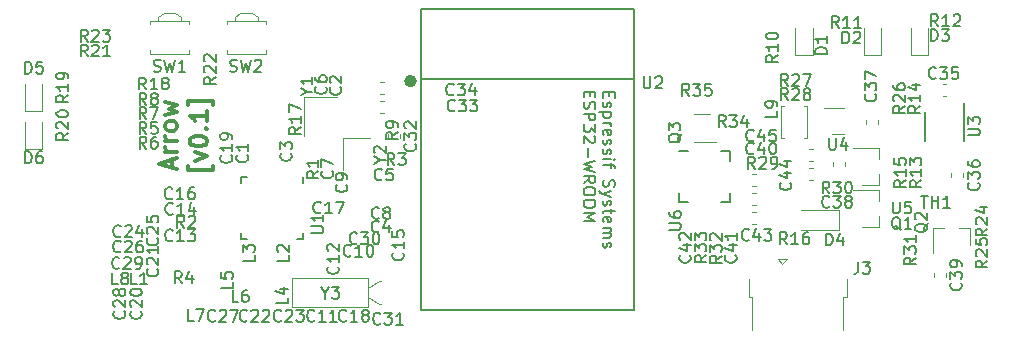
<source format=gbr>
G04 #@! TF.GenerationSoftware,KiCad,Pcbnew,5.0.2-bee76a0~70~ubuntu18.04.1*
G04 #@! TF.CreationDate,2019-04-01T00:38:36-04:00*
G04 #@! TF.ProjectId,L-Clip-V0,4c2d436c-6970-42d5-9630-2e6b69636164,rev?*
G04 #@! TF.SameCoordinates,Original*
G04 #@! TF.FileFunction,Legend,Top*
G04 #@! TF.FilePolarity,Positive*
%FSLAX46Y46*%
G04 Gerber Fmt 4.6, Leading zero omitted, Abs format (unit mm)*
G04 Created by KiCad (PCBNEW 5.0.2-bee76a0~70~ubuntu18.04.1) date Mon 01 Apr 2019 12:38:36 AM EDT*
%MOMM*%
%LPD*%
G01*
G04 APERTURE LIST*
%ADD10C,0.300000*%
%ADD11C,0.100000*%
%ADD12C,0.150000*%
%ADD13C,0.500000*%
%ADD14C,0.120000*%
G04 APERTURE END LIST*
D10*
X120715000Y-89280000D02*
X120715000Y-88565714D01*
X121143571Y-89422857D02*
X119643571Y-88922857D01*
X121143571Y-88422857D01*
X121143571Y-87922857D02*
X120143571Y-87922857D01*
X120429285Y-87922857D02*
X120286428Y-87851428D01*
X120215000Y-87780000D01*
X120143571Y-87637142D01*
X120143571Y-87494285D01*
X121143571Y-86994285D02*
X120143571Y-86994285D01*
X120429285Y-86994285D02*
X120286428Y-86922857D01*
X120215000Y-86851428D01*
X120143571Y-86708571D01*
X120143571Y-86565714D01*
X121143571Y-85851428D02*
X121072142Y-85994285D01*
X121000714Y-86065714D01*
X120857857Y-86137142D01*
X120429285Y-86137142D01*
X120286428Y-86065714D01*
X120215000Y-85994285D01*
X120143571Y-85851428D01*
X120143571Y-85637142D01*
X120215000Y-85494285D01*
X120286428Y-85422857D01*
X120429285Y-85351428D01*
X120857857Y-85351428D01*
X121000714Y-85422857D01*
X121072142Y-85494285D01*
X121143571Y-85637142D01*
X121143571Y-85851428D01*
X120143571Y-84851428D02*
X121143571Y-84565714D01*
X120429285Y-84280000D01*
X121143571Y-83994285D01*
X120143571Y-83708571D01*
X124193571Y-89101428D02*
X124193571Y-89458571D01*
X122050714Y-89458571D01*
X122050714Y-89101428D01*
X122693571Y-88672857D02*
X123693571Y-88315714D01*
X122693571Y-87958571D01*
X122193571Y-87101428D02*
X122193571Y-86958571D01*
X122265000Y-86815714D01*
X122336428Y-86744285D01*
X122479285Y-86672857D01*
X122765000Y-86601428D01*
X123122142Y-86601428D01*
X123407857Y-86672857D01*
X123550714Y-86744285D01*
X123622142Y-86815714D01*
X123693571Y-86958571D01*
X123693571Y-87101428D01*
X123622142Y-87244285D01*
X123550714Y-87315714D01*
X123407857Y-87387142D01*
X123122142Y-87458571D01*
X122765000Y-87458571D01*
X122479285Y-87387142D01*
X122336428Y-87315714D01*
X122265000Y-87244285D01*
X122193571Y-87101428D01*
X123550714Y-85958571D02*
X123622142Y-85887142D01*
X123693571Y-85958571D01*
X123622142Y-86030000D01*
X123550714Y-85958571D01*
X123693571Y-85958571D01*
X123693571Y-84458571D02*
X123693571Y-85315714D01*
X123693571Y-84887142D02*
X122193571Y-84887142D01*
X122407857Y-85030000D01*
X122550714Y-85172857D01*
X122622142Y-85315714D01*
X124193571Y-83958571D02*
X124193571Y-83601428D01*
X122050714Y-83601428D01*
X122050714Y-83958571D01*
D11*
G04 #@! TO.C,L9*
X172300000Y-84050000D02*
X172550000Y-84050000D01*
X172550000Y-84050000D02*
X172300000Y-84050000D01*
X172300000Y-84050000D02*
X172300000Y-86750000D01*
X172300000Y-86750000D02*
X172550000Y-86750000D01*
X174200000Y-84050000D02*
X174500000Y-84050000D01*
X174500000Y-84050000D02*
X174500000Y-86750000D01*
X174500000Y-86750000D02*
X174250000Y-86750000D01*
D12*
G04 #@! TO.C,U1*
X131796884Y-95305861D02*
X131271884Y-95305861D01*
X126546884Y-90055861D02*
X127071884Y-90055861D01*
X126546884Y-95305861D02*
X127071884Y-95305861D01*
X131796884Y-90055861D02*
X131796884Y-90580861D01*
X126546884Y-90055861D02*
X126546884Y-90580861D01*
X126546884Y-95305861D02*
X126546884Y-94780861D01*
X131796884Y-95305861D02*
X131796884Y-94780861D01*
D13*
G04 #@! TO.C,U2*
X141177981Y-81946000D02*
G75*
G03X141177981Y-81946000I-283981J0D01*
G01*
D12*
X159800000Y-81800000D02*
X141800000Y-81800000D01*
X141800000Y-75800000D02*
X141800000Y-101300000D01*
X159800000Y-75800000D02*
X159800000Y-101300000D01*
X159800000Y-101300000D02*
X141800000Y-101300000D01*
X159800000Y-75800000D02*
X141800000Y-75800000D01*
D14*
G04 #@! TO.C,D2*
X179265000Y-77412500D02*
X179265000Y-79697500D01*
X179265000Y-79697500D02*
X180735000Y-79697500D01*
X180735000Y-79697500D02*
X180735000Y-77412500D01*
G04 #@! TO.C,D3*
X184735000Y-79697500D02*
X184735000Y-77412500D01*
X183265000Y-79697500D02*
X184735000Y-79697500D01*
X183265000Y-77412500D02*
X183265000Y-79697500D01*
G04 #@! TO.C,D5*
X108265000Y-82200000D02*
X108265000Y-84485000D01*
X108265000Y-84485000D02*
X109735000Y-84485000D01*
X109735000Y-84485000D02*
X109735000Y-82200000D01*
G04 #@! TO.C,D6*
X109735000Y-87697500D02*
X109735000Y-85412500D01*
X108265000Y-87697500D02*
X109735000Y-87697500D01*
X108265000Y-85412500D02*
X108265000Y-87697500D01*
G04 #@! TO.C,J3*
X169525000Y-100235000D02*
X169525000Y-98685000D01*
X169525000Y-100235000D02*
X169825000Y-100235000D01*
X169825000Y-103035000D02*
X169825000Y-100235000D01*
X177825000Y-100235000D02*
X177825000Y-98685000D01*
X177525000Y-100235000D02*
X177825000Y-100235000D01*
X177525000Y-103035000D02*
X177525000Y-100235000D01*
X172775000Y-96985000D02*
X172375000Y-97435000D01*
X171975000Y-96985000D02*
X172775000Y-96985000D01*
X172375000Y-97435000D02*
X171975000Y-96985000D01*
G04 #@! TO.C,U5*
X180560000Y-90730000D02*
X180560000Y-89800000D01*
X180560000Y-87570000D02*
X180560000Y-88500000D01*
X180560000Y-87570000D02*
X178400000Y-87570000D01*
X180560000Y-90730000D02*
X179100000Y-90730000D01*
G04 #@! TO.C,Y3*
X137300000Y-98650000D02*
X130900000Y-98650000D01*
X130900000Y-98650000D02*
X130900000Y-101050000D01*
X130900000Y-101050000D02*
X137300000Y-101050000D01*
X137300000Y-101050000D02*
X137300000Y-98650000D01*
X137300000Y-99500000D02*
X138200000Y-98900000D01*
X138200000Y-98900000D02*
X138400000Y-98900000D01*
X137300000Y-100200000D02*
X138200000Y-100800000D01*
X138200000Y-100800000D02*
X138400000Y-100800000D01*
G04 #@! TO.C,SW1*
X122150000Y-76850000D02*
X122150000Y-77150000D01*
X118850000Y-76850000D02*
X122150000Y-76850000D01*
X118850000Y-77150000D02*
X118850000Y-76850000D01*
X122150000Y-79650000D02*
X122150000Y-79350000D01*
X118850000Y-79350000D02*
X118850000Y-79650000D01*
X118850000Y-79650000D02*
X122150000Y-79650000D01*
X121500000Y-76530000D02*
X121500000Y-76850000D01*
X121000000Y-76150000D02*
X121500000Y-76530000D01*
X120000000Y-76150000D02*
X121000000Y-76150000D01*
X119500000Y-76530000D02*
X119500000Y-76850000D01*
X120000000Y-76150000D02*
X119500000Y-76530000D01*
G04 #@! TO.C,SW2*
X126500000Y-76150000D02*
X126000000Y-76530000D01*
X126000000Y-76530000D02*
X126000000Y-76850000D01*
X126500000Y-76150000D02*
X127500000Y-76150000D01*
X127500000Y-76150000D02*
X128000000Y-76530000D01*
X128000000Y-76530000D02*
X128000000Y-76850000D01*
X125350000Y-79650000D02*
X128650000Y-79650000D01*
X125350000Y-79350000D02*
X125350000Y-79650000D01*
X128650000Y-79650000D02*
X128650000Y-79350000D01*
X125350000Y-77150000D02*
X125350000Y-76850000D01*
X125350000Y-76850000D02*
X128650000Y-76850000D01*
X128650000Y-76850000D02*
X128650000Y-77150000D01*
G04 #@! TO.C,Y2*
X137500000Y-86800000D02*
X135200000Y-86800000D01*
X135200000Y-86800000D02*
X135200000Y-89500000D01*
G04 #@! TO.C,Y1*
X134700000Y-83280000D02*
X131900000Y-83280000D01*
X131900000Y-83280000D02*
X131900000Y-86580000D01*
G04 #@! TO.C,C40*
X174649721Y-88710000D02*
X174975279Y-88710000D01*
X174649721Y-87690000D02*
X174975279Y-87690000D01*
G04 #@! TO.C,D1*
X173477500Y-77412500D02*
X173477500Y-79697500D01*
X173477500Y-79697500D02*
X174947500Y-79697500D01*
X174947500Y-79697500D02*
X174947500Y-77412500D01*
G04 #@! TO.C,D4*
X177150000Y-94550000D02*
X177150000Y-92850000D01*
X177150000Y-92850000D02*
X174000000Y-92850000D01*
X177150000Y-94550000D02*
X174000000Y-94550000D01*
G04 #@! TO.C,Q1*
X180560000Y-94330000D02*
X179100000Y-94330000D01*
X180560000Y-91170000D02*
X178400000Y-91170000D01*
X180560000Y-91170000D02*
X180560000Y-92100000D01*
X180560000Y-94330000D02*
X180560000Y-93400000D01*
G04 #@! TO.C,Q2*
X188280000Y-94340000D02*
X187350000Y-94340000D01*
X185120000Y-94340000D02*
X186050000Y-94340000D01*
X185120000Y-94340000D02*
X185120000Y-96500000D01*
X188280000Y-94340000D02*
X188280000Y-95800000D01*
G04 #@! TO.C,R29*
X174624721Y-90310000D02*
X174950279Y-90310000D01*
X174624721Y-89290000D02*
X174950279Y-89290000D01*
G04 #@! TO.C,R30*
X176690000Y-89150279D02*
X176690000Y-88824721D01*
X177710000Y-89150279D02*
X177710000Y-88824721D01*
G04 #@! TO.C,C35*
X186275279Y-83210000D02*
X185949721Y-83210000D01*
X186275279Y-82190000D02*
X185949721Y-82190000D01*
G04 #@! TO.C,C36*
X187710000Y-89749721D02*
X187710000Y-90075279D01*
X186690000Y-89749721D02*
X186690000Y-90075279D01*
G04 #@! TO.C,C37*
X180510000Y-85550279D02*
X180510000Y-85224721D01*
X179490000Y-85550279D02*
X179490000Y-85224721D01*
D12*
G04 #@! TO.C,U3*
X184430000Y-84557500D02*
X184430000Y-87007500D01*
X187730000Y-83832500D02*
X187730000Y-87007500D01*
D14*
G04 #@! TO.C,C43*
X169849721Y-92990000D02*
X170175279Y-92990000D01*
X169849721Y-94010000D02*
X170175279Y-94010000D01*
G04 #@! TO.C,C44*
X169849721Y-92410000D02*
X170175279Y-92410000D01*
X169849721Y-91390000D02*
X170175279Y-91390000D01*
G04 #@! TO.C,C45*
X169849721Y-89790000D02*
X170175279Y-89790000D01*
X169849721Y-90810000D02*
X170175279Y-90810000D01*
G04 #@! TO.C,Q3*
X164900000Y-87060000D02*
X166800000Y-87060000D01*
X166300000Y-84740000D02*
X164900000Y-84740000D01*
D12*
G04 #@! TO.C,U6*
X167950000Y-87900000D02*
X167950000Y-88675000D01*
X163650000Y-92200000D02*
X163650000Y-91425000D01*
X167950000Y-92200000D02*
X167950000Y-91425000D01*
X163650000Y-87900000D02*
X164425000Y-87900000D01*
X163650000Y-92200000D02*
X164425000Y-92200000D01*
X167950000Y-92200000D02*
X167175000Y-92200000D01*
X167950000Y-87900000D02*
X167175000Y-87900000D01*
D14*
G04 #@! TO.C,C32*
X138990000Y-86449721D02*
X138990000Y-86775279D01*
X140010000Y-86449721D02*
X140010000Y-86775279D01*
G04 #@! TO.C,C34*
X138349721Y-81990000D02*
X138675279Y-81990000D01*
X138349721Y-83010000D02*
X138675279Y-83010000D01*
G04 #@! TO.C,C39*
X186210000Y-98224721D02*
X186210000Y-98550279D01*
X185190000Y-98224721D02*
X185190000Y-98550279D01*
G04 #@! TO.C,C33*
X138349721Y-83590000D02*
X138675279Y-83590000D01*
X138349721Y-84610000D02*
X138675279Y-84610000D01*
D11*
G04 #@! TO.C,U4*
X177600000Y-86400000D02*
X176600000Y-86400000D01*
X177600000Y-84200000D02*
X176200000Y-84200000D01*
X175900000Y-84200000D02*
X176300000Y-84200000D01*
G04 #@! TO.C,R11*
D12*
X177157142Y-77452380D02*
X176823809Y-76976190D01*
X176585714Y-77452380D02*
X176585714Y-76452380D01*
X176966666Y-76452380D01*
X177061904Y-76500000D01*
X177109523Y-76547619D01*
X177157142Y-76642857D01*
X177157142Y-76785714D01*
X177109523Y-76880952D01*
X177061904Y-76928571D01*
X176966666Y-76976190D01*
X176585714Y-76976190D01*
X178109523Y-77452380D02*
X177538095Y-77452380D01*
X177823809Y-77452380D02*
X177823809Y-76452380D01*
X177728571Y-76595238D01*
X177633333Y-76690476D01*
X177538095Y-76738095D01*
X179061904Y-77452380D02*
X178490476Y-77452380D01*
X178776190Y-77452380D02*
X178776190Y-76452380D01*
X178680952Y-76595238D01*
X178585714Y-76690476D01*
X178490476Y-76738095D01*
G04 #@! TO.C,L9*
X171952380Y-84466666D02*
X171952380Y-84942857D01*
X170952380Y-84942857D01*
X171952380Y-84085714D02*
X171952380Y-83895238D01*
X171904761Y-83800000D01*
X171857142Y-83752380D01*
X171714285Y-83657142D01*
X171523809Y-83609523D01*
X171142857Y-83609523D01*
X171047619Y-83657142D01*
X171000000Y-83704761D01*
X170952380Y-83800000D01*
X170952380Y-83990476D01*
X171000000Y-84085714D01*
X171047619Y-84133333D01*
X171142857Y-84180952D01*
X171380952Y-84180952D01*
X171476190Y-84133333D01*
X171523809Y-84085714D01*
X171571428Y-83990476D01*
X171571428Y-83800000D01*
X171523809Y-83704761D01*
X171476190Y-83657142D01*
X171380952Y-83609523D01*
G04 #@! TO.C,C1*
X127057142Y-88216666D02*
X127104761Y-88264285D01*
X127152380Y-88407142D01*
X127152380Y-88502380D01*
X127104761Y-88645238D01*
X127009523Y-88740476D01*
X126914285Y-88788095D01*
X126723809Y-88835714D01*
X126580952Y-88835714D01*
X126390476Y-88788095D01*
X126295238Y-88740476D01*
X126200000Y-88645238D01*
X126152380Y-88502380D01*
X126152380Y-88407142D01*
X126200000Y-88264285D01*
X126247619Y-88216666D01*
X127152380Y-87264285D02*
X127152380Y-87835714D01*
X127152380Y-87550000D02*
X126152380Y-87550000D01*
X126295238Y-87645238D01*
X126390476Y-87740476D01*
X126438095Y-87835714D01*
G04 #@! TO.C,C2*
X134957142Y-82466666D02*
X135004761Y-82514285D01*
X135052380Y-82657142D01*
X135052380Y-82752380D01*
X135004761Y-82895238D01*
X134909523Y-82990476D01*
X134814285Y-83038095D01*
X134623809Y-83085714D01*
X134480952Y-83085714D01*
X134290476Y-83038095D01*
X134195238Y-82990476D01*
X134100000Y-82895238D01*
X134052380Y-82752380D01*
X134052380Y-82657142D01*
X134100000Y-82514285D01*
X134147619Y-82466666D01*
X134147619Y-82085714D02*
X134100000Y-82038095D01*
X134052380Y-81942857D01*
X134052380Y-81704761D01*
X134100000Y-81609523D01*
X134147619Y-81561904D01*
X134242857Y-81514285D01*
X134338095Y-81514285D01*
X134480952Y-81561904D01*
X135052380Y-82133333D01*
X135052380Y-81514285D01*
G04 #@! TO.C,C3*
X130757142Y-88066666D02*
X130804761Y-88114285D01*
X130852380Y-88257142D01*
X130852380Y-88352380D01*
X130804761Y-88495238D01*
X130709523Y-88590476D01*
X130614285Y-88638095D01*
X130423809Y-88685714D01*
X130280952Y-88685714D01*
X130090476Y-88638095D01*
X129995238Y-88590476D01*
X129900000Y-88495238D01*
X129852380Y-88352380D01*
X129852380Y-88257142D01*
X129900000Y-88114285D01*
X129947619Y-88066666D01*
X129852380Y-87733333D02*
X129852380Y-87114285D01*
X130233333Y-87447619D01*
X130233333Y-87304761D01*
X130280952Y-87209523D01*
X130328571Y-87161904D01*
X130423809Y-87114285D01*
X130661904Y-87114285D01*
X130757142Y-87161904D01*
X130804761Y-87209523D01*
X130852380Y-87304761D01*
X130852380Y-87590476D01*
X130804761Y-87685714D01*
X130757142Y-87733333D01*
G04 #@! TO.C,C4*
X138233333Y-94657142D02*
X138185714Y-94704761D01*
X138042857Y-94752380D01*
X137947619Y-94752380D01*
X137804761Y-94704761D01*
X137709523Y-94609523D01*
X137661904Y-94514285D01*
X137614285Y-94323809D01*
X137614285Y-94180952D01*
X137661904Y-93990476D01*
X137709523Y-93895238D01*
X137804761Y-93800000D01*
X137947619Y-93752380D01*
X138042857Y-93752380D01*
X138185714Y-93800000D01*
X138233333Y-93847619D01*
X139090476Y-94085714D02*
X139090476Y-94752380D01*
X138852380Y-93704761D02*
X138614285Y-94419047D01*
X139233333Y-94419047D01*
G04 #@! TO.C,C5*
X138483333Y-90257142D02*
X138435714Y-90304761D01*
X138292857Y-90352380D01*
X138197619Y-90352380D01*
X138054761Y-90304761D01*
X137959523Y-90209523D01*
X137911904Y-90114285D01*
X137864285Y-89923809D01*
X137864285Y-89780952D01*
X137911904Y-89590476D01*
X137959523Y-89495238D01*
X138054761Y-89400000D01*
X138197619Y-89352380D01*
X138292857Y-89352380D01*
X138435714Y-89400000D01*
X138483333Y-89447619D01*
X139388095Y-89352380D02*
X138911904Y-89352380D01*
X138864285Y-89828571D01*
X138911904Y-89780952D01*
X139007142Y-89733333D01*
X139245238Y-89733333D01*
X139340476Y-89780952D01*
X139388095Y-89828571D01*
X139435714Y-89923809D01*
X139435714Y-90161904D01*
X139388095Y-90257142D01*
X139340476Y-90304761D01*
X139245238Y-90352380D01*
X139007142Y-90352380D01*
X138911904Y-90304761D01*
X138864285Y-90257142D01*
G04 #@! TO.C,C6*
X133707142Y-82416666D02*
X133754761Y-82464285D01*
X133802380Y-82607142D01*
X133802380Y-82702380D01*
X133754761Y-82845238D01*
X133659523Y-82940476D01*
X133564285Y-82988095D01*
X133373809Y-83035714D01*
X133230952Y-83035714D01*
X133040476Y-82988095D01*
X132945238Y-82940476D01*
X132850000Y-82845238D01*
X132802380Y-82702380D01*
X132802380Y-82607142D01*
X132850000Y-82464285D01*
X132897619Y-82416666D01*
X132802380Y-81559523D02*
X132802380Y-81750000D01*
X132850000Y-81845238D01*
X132897619Y-81892857D01*
X133040476Y-81988095D01*
X133230952Y-82035714D01*
X133611904Y-82035714D01*
X133707142Y-81988095D01*
X133754761Y-81940476D01*
X133802380Y-81845238D01*
X133802380Y-81654761D01*
X133754761Y-81559523D01*
X133707142Y-81511904D01*
X133611904Y-81464285D01*
X133373809Y-81464285D01*
X133278571Y-81511904D01*
X133230952Y-81559523D01*
X133183333Y-81654761D01*
X133183333Y-81845238D01*
X133230952Y-81940476D01*
X133278571Y-81988095D01*
X133373809Y-82035714D01*
G04 #@! TO.C,C7*
X134257142Y-89566666D02*
X134304761Y-89614285D01*
X134352380Y-89757142D01*
X134352380Y-89852380D01*
X134304761Y-89995238D01*
X134209523Y-90090476D01*
X134114285Y-90138095D01*
X133923809Y-90185714D01*
X133780952Y-90185714D01*
X133590476Y-90138095D01*
X133495238Y-90090476D01*
X133400000Y-89995238D01*
X133352380Y-89852380D01*
X133352380Y-89757142D01*
X133400000Y-89614285D01*
X133447619Y-89566666D01*
X133352380Y-89233333D02*
X133352380Y-88566666D01*
X134352380Y-88995238D01*
G04 #@! TO.C,C8*
X138233333Y-93507142D02*
X138185714Y-93554761D01*
X138042857Y-93602380D01*
X137947619Y-93602380D01*
X137804761Y-93554761D01*
X137709523Y-93459523D01*
X137661904Y-93364285D01*
X137614285Y-93173809D01*
X137614285Y-93030952D01*
X137661904Y-92840476D01*
X137709523Y-92745238D01*
X137804761Y-92650000D01*
X137947619Y-92602380D01*
X138042857Y-92602380D01*
X138185714Y-92650000D01*
X138233333Y-92697619D01*
X138804761Y-93030952D02*
X138709523Y-92983333D01*
X138661904Y-92935714D01*
X138614285Y-92840476D01*
X138614285Y-92792857D01*
X138661904Y-92697619D01*
X138709523Y-92650000D01*
X138804761Y-92602380D01*
X138995238Y-92602380D01*
X139090476Y-92650000D01*
X139138095Y-92697619D01*
X139185714Y-92792857D01*
X139185714Y-92840476D01*
X139138095Y-92935714D01*
X139090476Y-92983333D01*
X138995238Y-93030952D01*
X138804761Y-93030952D01*
X138709523Y-93078571D01*
X138661904Y-93126190D01*
X138614285Y-93221428D01*
X138614285Y-93411904D01*
X138661904Y-93507142D01*
X138709523Y-93554761D01*
X138804761Y-93602380D01*
X138995238Y-93602380D01*
X139090476Y-93554761D01*
X139138095Y-93507142D01*
X139185714Y-93411904D01*
X139185714Y-93221428D01*
X139138095Y-93126190D01*
X139090476Y-93078571D01*
X138995238Y-93030952D01*
G04 #@! TO.C,C9*
X135457142Y-90716666D02*
X135504761Y-90764285D01*
X135552380Y-90907142D01*
X135552380Y-91002380D01*
X135504761Y-91145238D01*
X135409523Y-91240476D01*
X135314285Y-91288095D01*
X135123809Y-91335714D01*
X134980952Y-91335714D01*
X134790476Y-91288095D01*
X134695238Y-91240476D01*
X134600000Y-91145238D01*
X134552380Y-91002380D01*
X134552380Y-90907142D01*
X134600000Y-90764285D01*
X134647619Y-90716666D01*
X135552380Y-90240476D02*
X135552380Y-90050000D01*
X135504761Y-89954761D01*
X135457142Y-89907142D01*
X135314285Y-89811904D01*
X135123809Y-89764285D01*
X134742857Y-89764285D01*
X134647619Y-89811904D01*
X134600000Y-89859523D01*
X134552380Y-89954761D01*
X134552380Y-90145238D01*
X134600000Y-90240476D01*
X134647619Y-90288095D01*
X134742857Y-90335714D01*
X134980952Y-90335714D01*
X135076190Y-90288095D01*
X135123809Y-90240476D01*
X135171428Y-90145238D01*
X135171428Y-89954761D01*
X135123809Y-89859523D01*
X135076190Y-89811904D01*
X134980952Y-89764285D01*
G04 #@! TO.C,C10*
X135857142Y-96707142D02*
X135809523Y-96754761D01*
X135666666Y-96802380D01*
X135571428Y-96802380D01*
X135428571Y-96754761D01*
X135333333Y-96659523D01*
X135285714Y-96564285D01*
X135238095Y-96373809D01*
X135238095Y-96230952D01*
X135285714Y-96040476D01*
X135333333Y-95945238D01*
X135428571Y-95850000D01*
X135571428Y-95802380D01*
X135666666Y-95802380D01*
X135809523Y-95850000D01*
X135857142Y-95897619D01*
X136809523Y-96802380D02*
X136238095Y-96802380D01*
X136523809Y-96802380D02*
X136523809Y-95802380D01*
X136428571Y-95945238D01*
X136333333Y-96040476D01*
X136238095Y-96088095D01*
X137428571Y-95802380D02*
X137523809Y-95802380D01*
X137619047Y-95850000D01*
X137666666Y-95897619D01*
X137714285Y-95992857D01*
X137761904Y-96183333D01*
X137761904Y-96421428D01*
X137714285Y-96611904D01*
X137666666Y-96707142D01*
X137619047Y-96754761D01*
X137523809Y-96802380D01*
X137428571Y-96802380D01*
X137333333Y-96754761D01*
X137285714Y-96707142D01*
X137238095Y-96611904D01*
X137190476Y-96421428D01*
X137190476Y-96183333D01*
X137238095Y-95992857D01*
X137285714Y-95897619D01*
X137333333Y-95850000D01*
X137428571Y-95802380D01*
G04 #@! TO.C,C11*
X132757142Y-102207142D02*
X132709523Y-102254761D01*
X132566666Y-102302380D01*
X132471428Y-102302380D01*
X132328571Y-102254761D01*
X132233333Y-102159523D01*
X132185714Y-102064285D01*
X132138095Y-101873809D01*
X132138095Y-101730952D01*
X132185714Y-101540476D01*
X132233333Y-101445238D01*
X132328571Y-101350000D01*
X132471428Y-101302380D01*
X132566666Y-101302380D01*
X132709523Y-101350000D01*
X132757142Y-101397619D01*
X133709523Y-102302380D02*
X133138095Y-102302380D01*
X133423809Y-102302380D02*
X133423809Y-101302380D01*
X133328571Y-101445238D01*
X133233333Y-101540476D01*
X133138095Y-101588095D01*
X134661904Y-102302380D02*
X134090476Y-102302380D01*
X134376190Y-102302380D02*
X134376190Y-101302380D01*
X134280952Y-101445238D01*
X134185714Y-101540476D01*
X134090476Y-101588095D01*
G04 #@! TO.C,C12*
X134757142Y-97642857D02*
X134804761Y-97690476D01*
X134852380Y-97833333D01*
X134852380Y-97928571D01*
X134804761Y-98071428D01*
X134709523Y-98166666D01*
X134614285Y-98214285D01*
X134423809Y-98261904D01*
X134280952Y-98261904D01*
X134090476Y-98214285D01*
X133995238Y-98166666D01*
X133900000Y-98071428D01*
X133852380Y-97928571D01*
X133852380Y-97833333D01*
X133900000Y-97690476D01*
X133947619Y-97642857D01*
X134852380Y-96690476D02*
X134852380Y-97261904D01*
X134852380Y-96976190D02*
X133852380Y-96976190D01*
X133995238Y-97071428D01*
X134090476Y-97166666D01*
X134138095Y-97261904D01*
X133947619Y-96309523D02*
X133900000Y-96261904D01*
X133852380Y-96166666D01*
X133852380Y-95928571D01*
X133900000Y-95833333D01*
X133947619Y-95785714D01*
X134042857Y-95738095D01*
X134138095Y-95738095D01*
X134280952Y-95785714D01*
X134852380Y-96357142D01*
X134852380Y-95738095D01*
G04 #@! TO.C,C13*
X120757142Y-95407142D02*
X120709523Y-95454761D01*
X120566666Y-95502380D01*
X120471428Y-95502380D01*
X120328571Y-95454761D01*
X120233333Y-95359523D01*
X120185714Y-95264285D01*
X120138095Y-95073809D01*
X120138095Y-94930952D01*
X120185714Y-94740476D01*
X120233333Y-94645238D01*
X120328571Y-94550000D01*
X120471428Y-94502380D01*
X120566666Y-94502380D01*
X120709523Y-94550000D01*
X120757142Y-94597619D01*
X121709523Y-95502380D02*
X121138095Y-95502380D01*
X121423809Y-95502380D02*
X121423809Y-94502380D01*
X121328571Y-94645238D01*
X121233333Y-94740476D01*
X121138095Y-94788095D01*
X122042857Y-94502380D02*
X122661904Y-94502380D01*
X122328571Y-94883333D01*
X122471428Y-94883333D01*
X122566666Y-94930952D01*
X122614285Y-94978571D01*
X122661904Y-95073809D01*
X122661904Y-95311904D01*
X122614285Y-95407142D01*
X122566666Y-95454761D01*
X122471428Y-95502380D01*
X122185714Y-95502380D01*
X122090476Y-95454761D01*
X122042857Y-95407142D01*
G04 #@! TO.C,C14*
X120772142Y-93157142D02*
X120724523Y-93204761D01*
X120581666Y-93252380D01*
X120486428Y-93252380D01*
X120343571Y-93204761D01*
X120248333Y-93109523D01*
X120200714Y-93014285D01*
X120153095Y-92823809D01*
X120153095Y-92680952D01*
X120200714Y-92490476D01*
X120248333Y-92395238D01*
X120343571Y-92300000D01*
X120486428Y-92252380D01*
X120581666Y-92252380D01*
X120724523Y-92300000D01*
X120772142Y-92347619D01*
X121724523Y-93252380D02*
X121153095Y-93252380D01*
X121438809Y-93252380D02*
X121438809Y-92252380D01*
X121343571Y-92395238D01*
X121248333Y-92490476D01*
X121153095Y-92538095D01*
X122581666Y-92585714D02*
X122581666Y-93252380D01*
X122343571Y-92204761D02*
X122105476Y-92919047D01*
X122724523Y-92919047D01*
G04 #@! TO.C,C15*
X140257142Y-96492857D02*
X140304761Y-96540476D01*
X140352380Y-96683333D01*
X140352380Y-96778571D01*
X140304761Y-96921428D01*
X140209523Y-97016666D01*
X140114285Y-97064285D01*
X139923809Y-97111904D01*
X139780952Y-97111904D01*
X139590476Y-97064285D01*
X139495238Y-97016666D01*
X139400000Y-96921428D01*
X139352380Y-96778571D01*
X139352380Y-96683333D01*
X139400000Y-96540476D01*
X139447619Y-96492857D01*
X140352380Y-95540476D02*
X140352380Y-96111904D01*
X140352380Y-95826190D02*
X139352380Y-95826190D01*
X139495238Y-95921428D01*
X139590476Y-96016666D01*
X139638095Y-96111904D01*
X139352380Y-94635714D02*
X139352380Y-95111904D01*
X139828571Y-95159523D01*
X139780952Y-95111904D01*
X139733333Y-95016666D01*
X139733333Y-94778571D01*
X139780952Y-94683333D01*
X139828571Y-94635714D01*
X139923809Y-94588095D01*
X140161904Y-94588095D01*
X140257142Y-94635714D01*
X140304761Y-94683333D01*
X140352380Y-94778571D01*
X140352380Y-95016666D01*
X140304761Y-95111904D01*
X140257142Y-95159523D01*
G04 #@! TO.C,C16*
X120727142Y-91857142D02*
X120679523Y-91904761D01*
X120536666Y-91952380D01*
X120441428Y-91952380D01*
X120298571Y-91904761D01*
X120203333Y-91809523D01*
X120155714Y-91714285D01*
X120108095Y-91523809D01*
X120108095Y-91380952D01*
X120155714Y-91190476D01*
X120203333Y-91095238D01*
X120298571Y-91000000D01*
X120441428Y-90952380D01*
X120536666Y-90952380D01*
X120679523Y-91000000D01*
X120727142Y-91047619D01*
X121679523Y-91952380D02*
X121108095Y-91952380D01*
X121393809Y-91952380D02*
X121393809Y-90952380D01*
X121298571Y-91095238D01*
X121203333Y-91190476D01*
X121108095Y-91238095D01*
X122536666Y-90952380D02*
X122346190Y-90952380D01*
X122250952Y-91000000D01*
X122203333Y-91047619D01*
X122108095Y-91190476D01*
X122060476Y-91380952D01*
X122060476Y-91761904D01*
X122108095Y-91857142D01*
X122155714Y-91904761D01*
X122250952Y-91952380D01*
X122441428Y-91952380D01*
X122536666Y-91904761D01*
X122584285Y-91857142D01*
X122631904Y-91761904D01*
X122631904Y-91523809D01*
X122584285Y-91428571D01*
X122536666Y-91380952D01*
X122441428Y-91333333D01*
X122250952Y-91333333D01*
X122155714Y-91380952D01*
X122108095Y-91428571D01*
X122060476Y-91523809D01*
G04 #@! TO.C,C17*
X133307142Y-93057142D02*
X133259523Y-93104761D01*
X133116666Y-93152380D01*
X133021428Y-93152380D01*
X132878571Y-93104761D01*
X132783333Y-93009523D01*
X132735714Y-92914285D01*
X132688095Y-92723809D01*
X132688095Y-92580952D01*
X132735714Y-92390476D01*
X132783333Y-92295238D01*
X132878571Y-92200000D01*
X133021428Y-92152380D01*
X133116666Y-92152380D01*
X133259523Y-92200000D01*
X133307142Y-92247619D01*
X134259523Y-93152380D02*
X133688095Y-93152380D01*
X133973809Y-93152380D02*
X133973809Y-92152380D01*
X133878571Y-92295238D01*
X133783333Y-92390476D01*
X133688095Y-92438095D01*
X134592857Y-92152380D02*
X135259523Y-92152380D01*
X134830952Y-93152380D01*
G04 #@! TO.C,C18*
X135457142Y-102207142D02*
X135409523Y-102254761D01*
X135266666Y-102302380D01*
X135171428Y-102302380D01*
X135028571Y-102254761D01*
X134933333Y-102159523D01*
X134885714Y-102064285D01*
X134838095Y-101873809D01*
X134838095Y-101730952D01*
X134885714Y-101540476D01*
X134933333Y-101445238D01*
X135028571Y-101350000D01*
X135171428Y-101302380D01*
X135266666Y-101302380D01*
X135409523Y-101350000D01*
X135457142Y-101397619D01*
X136409523Y-102302380D02*
X135838095Y-102302380D01*
X136123809Y-102302380D02*
X136123809Y-101302380D01*
X136028571Y-101445238D01*
X135933333Y-101540476D01*
X135838095Y-101588095D01*
X136980952Y-101730952D02*
X136885714Y-101683333D01*
X136838095Y-101635714D01*
X136790476Y-101540476D01*
X136790476Y-101492857D01*
X136838095Y-101397619D01*
X136885714Y-101350000D01*
X136980952Y-101302380D01*
X137171428Y-101302380D01*
X137266666Y-101350000D01*
X137314285Y-101397619D01*
X137361904Y-101492857D01*
X137361904Y-101540476D01*
X137314285Y-101635714D01*
X137266666Y-101683333D01*
X137171428Y-101730952D01*
X136980952Y-101730952D01*
X136885714Y-101778571D01*
X136838095Y-101826190D01*
X136790476Y-101921428D01*
X136790476Y-102111904D01*
X136838095Y-102207142D01*
X136885714Y-102254761D01*
X136980952Y-102302380D01*
X137171428Y-102302380D01*
X137266666Y-102254761D01*
X137314285Y-102207142D01*
X137361904Y-102111904D01*
X137361904Y-101921428D01*
X137314285Y-101826190D01*
X137266666Y-101778571D01*
X137171428Y-101730952D01*
G04 #@! TO.C,C19*
X125707142Y-88242857D02*
X125754761Y-88290476D01*
X125802380Y-88433333D01*
X125802380Y-88528571D01*
X125754761Y-88671428D01*
X125659523Y-88766666D01*
X125564285Y-88814285D01*
X125373809Y-88861904D01*
X125230952Y-88861904D01*
X125040476Y-88814285D01*
X124945238Y-88766666D01*
X124850000Y-88671428D01*
X124802380Y-88528571D01*
X124802380Y-88433333D01*
X124850000Y-88290476D01*
X124897619Y-88242857D01*
X125802380Y-87290476D02*
X125802380Y-87861904D01*
X125802380Y-87576190D02*
X124802380Y-87576190D01*
X124945238Y-87671428D01*
X125040476Y-87766666D01*
X125088095Y-87861904D01*
X125802380Y-86814285D02*
X125802380Y-86623809D01*
X125754761Y-86528571D01*
X125707142Y-86480952D01*
X125564285Y-86385714D01*
X125373809Y-86338095D01*
X124992857Y-86338095D01*
X124897619Y-86385714D01*
X124850000Y-86433333D01*
X124802380Y-86528571D01*
X124802380Y-86719047D01*
X124850000Y-86814285D01*
X124897619Y-86861904D01*
X124992857Y-86909523D01*
X125230952Y-86909523D01*
X125326190Y-86861904D01*
X125373809Y-86814285D01*
X125421428Y-86719047D01*
X125421428Y-86528571D01*
X125373809Y-86433333D01*
X125326190Y-86385714D01*
X125230952Y-86338095D01*
G04 #@! TO.C,C20*
X118057142Y-101442857D02*
X118104761Y-101490476D01*
X118152380Y-101633333D01*
X118152380Y-101728571D01*
X118104761Y-101871428D01*
X118009523Y-101966666D01*
X117914285Y-102014285D01*
X117723809Y-102061904D01*
X117580952Y-102061904D01*
X117390476Y-102014285D01*
X117295238Y-101966666D01*
X117200000Y-101871428D01*
X117152380Y-101728571D01*
X117152380Y-101633333D01*
X117200000Y-101490476D01*
X117247619Y-101442857D01*
X117247619Y-101061904D02*
X117200000Y-101014285D01*
X117152380Y-100919047D01*
X117152380Y-100680952D01*
X117200000Y-100585714D01*
X117247619Y-100538095D01*
X117342857Y-100490476D01*
X117438095Y-100490476D01*
X117580952Y-100538095D01*
X118152380Y-101109523D01*
X118152380Y-100490476D01*
X117152380Y-99871428D02*
X117152380Y-99776190D01*
X117200000Y-99680952D01*
X117247619Y-99633333D01*
X117342857Y-99585714D01*
X117533333Y-99538095D01*
X117771428Y-99538095D01*
X117961904Y-99585714D01*
X118057142Y-99633333D01*
X118104761Y-99680952D01*
X118152380Y-99776190D01*
X118152380Y-99871428D01*
X118104761Y-99966666D01*
X118057142Y-100014285D01*
X117961904Y-100061904D01*
X117771428Y-100109523D01*
X117533333Y-100109523D01*
X117342857Y-100061904D01*
X117247619Y-100014285D01*
X117200000Y-99966666D01*
X117152380Y-99871428D01*
G04 #@! TO.C,C21*
X119457142Y-97842857D02*
X119504761Y-97890476D01*
X119552380Y-98033333D01*
X119552380Y-98128571D01*
X119504761Y-98271428D01*
X119409523Y-98366666D01*
X119314285Y-98414285D01*
X119123809Y-98461904D01*
X118980952Y-98461904D01*
X118790476Y-98414285D01*
X118695238Y-98366666D01*
X118600000Y-98271428D01*
X118552380Y-98128571D01*
X118552380Y-98033333D01*
X118600000Y-97890476D01*
X118647619Y-97842857D01*
X118647619Y-97461904D02*
X118600000Y-97414285D01*
X118552380Y-97319047D01*
X118552380Y-97080952D01*
X118600000Y-96985714D01*
X118647619Y-96938095D01*
X118742857Y-96890476D01*
X118838095Y-96890476D01*
X118980952Y-96938095D01*
X119552380Y-97509523D01*
X119552380Y-96890476D01*
X119552380Y-95938095D02*
X119552380Y-96509523D01*
X119552380Y-96223809D02*
X118552380Y-96223809D01*
X118695238Y-96319047D01*
X118790476Y-96414285D01*
X118838095Y-96509523D01*
G04 #@! TO.C,C22*
X127057142Y-102207142D02*
X127009523Y-102254761D01*
X126866666Y-102302380D01*
X126771428Y-102302380D01*
X126628571Y-102254761D01*
X126533333Y-102159523D01*
X126485714Y-102064285D01*
X126438095Y-101873809D01*
X126438095Y-101730952D01*
X126485714Y-101540476D01*
X126533333Y-101445238D01*
X126628571Y-101350000D01*
X126771428Y-101302380D01*
X126866666Y-101302380D01*
X127009523Y-101350000D01*
X127057142Y-101397619D01*
X127438095Y-101397619D02*
X127485714Y-101350000D01*
X127580952Y-101302380D01*
X127819047Y-101302380D01*
X127914285Y-101350000D01*
X127961904Y-101397619D01*
X128009523Y-101492857D01*
X128009523Y-101588095D01*
X127961904Y-101730952D01*
X127390476Y-102302380D01*
X128009523Y-102302380D01*
X128390476Y-101397619D02*
X128438095Y-101350000D01*
X128533333Y-101302380D01*
X128771428Y-101302380D01*
X128866666Y-101350000D01*
X128914285Y-101397619D01*
X128961904Y-101492857D01*
X128961904Y-101588095D01*
X128914285Y-101730952D01*
X128342857Y-102302380D01*
X128961904Y-102302380D01*
G04 #@! TO.C,C23*
X129957142Y-102207142D02*
X129909523Y-102254761D01*
X129766666Y-102302380D01*
X129671428Y-102302380D01*
X129528571Y-102254761D01*
X129433333Y-102159523D01*
X129385714Y-102064285D01*
X129338095Y-101873809D01*
X129338095Y-101730952D01*
X129385714Y-101540476D01*
X129433333Y-101445238D01*
X129528571Y-101350000D01*
X129671428Y-101302380D01*
X129766666Y-101302380D01*
X129909523Y-101350000D01*
X129957142Y-101397619D01*
X130338095Y-101397619D02*
X130385714Y-101350000D01*
X130480952Y-101302380D01*
X130719047Y-101302380D01*
X130814285Y-101350000D01*
X130861904Y-101397619D01*
X130909523Y-101492857D01*
X130909523Y-101588095D01*
X130861904Y-101730952D01*
X130290476Y-102302380D01*
X130909523Y-102302380D01*
X131242857Y-101302380D02*
X131861904Y-101302380D01*
X131528571Y-101683333D01*
X131671428Y-101683333D01*
X131766666Y-101730952D01*
X131814285Y-101778571D01*
X131861904Y-101873809D01*
X131861904Y-102111904D01*
X131814285Y-102207142D01*
X131766666Y-102254761D01*
X131671428Y-102302380D01*
X131385714Y-102302380D01*
X131290476Y-102254761D01*
X131242857Y-102207142D01*
G04 #@! TO.C,C24*
X116357142Y-95057142D02*
X116309523Y-95104761D01*
X116166666Y-95152380D01*
X116071428Y-95152380D01*
X115928571Y-95104761D01*
X115833333Y-95009523D01*
X115785714Y-94914285D01*
X115738095Y-94723809D01*
X115738095Y-94580952D01*
X115785714Y-94390476D01*
X115833333Y-94295238D01*
X115928571Y-94200000D01*
X116071428Y-94152380D01*
X116166666Y-94152380D01*
X116309523Y-94200000D01*
X116357142Y-94247619D01*
X116738095Y-94247619D02*
X116785714Y-94200000D01*
X116880952Y-94152380D01*
X117119047Y-94152380D01*
X117214285Y-94200000D01*
X117261904Y-94247619D01*
X117309523Y-94342857D01*
X117309523Y-94438095D01*
X117261904Y-94580952D01*
X116690476Y-95152380D01*
X117309523Y-95152380D01*
X118166666Y-94485714D02*
X118166666Y-95152380D01*
X117928571Y-94104761D02*
X117690476Y-94819047D01*
X118309523Y-94819047D01*
G04 #@! TO.C,C25*
X119457142Y-95242857D02*
X119504761Y-95290476D01*
X119552380Y-95433333D01*
X119552380Y-95528571D01*
X119504761Y-95671428D01*
X119409523Y-95766666D01*
X119314285Y-95814285D01*
X119123809Y-95861904D01*
X118980952Y-95861904D01*
X118790476Y-95814285D01*
X118695238Y-95766666D01*
X118600000Y-95671428D01*
X118552380Y-95528571D01*
X118552380Y-95433333D01*
X118600000Y-95290476D01*
X118647619Y-95242857D01*
X118647619Y-94861904D02*
X118600000Y-94814285D01*
X118552380Y-94719047D01*
X118552380Y-94480952D01*
X118600000Y-94385714D01*
X118647619Y-94338095D01*
X118742857Y-94290476D01*
X118838095Y-94290476D01*
X118980952Y-94338095D01*
X119552380Y-94909523D01*
X119552380Y-94290476D01*
X118552380Y-93385714D02*
X118552380Y-93861904D01*
X119028571Y-93909523D01*
X118980952Y-93861904D01*
X118933333Y-93766666D01*
X118933333Y-93528571D01*
X118980952Y-93433333D01*
X119028571Y-93385714D01*
X119123809Y-93338095D01*
X119361904Y-93338095D01*
X119457142Y-93385714D01*
X119504761Y-93433333D01*
X119552380Y-93528571D01*
X119552380Y-93766666D01*
X119504761Y-93861904D01*
X119457142Y-93909523D01*
G04 #@! TO.C,C26*
X116357142Y-96357142D02*
X116309523Y-96404761D01*
X116166666Y-96452380D01*
X116071428Y-96452380D01*
X115928571Y-96404761D01*
X115833333Y-96309523D01*
X115785714Y-96214285D01*
X115738095Y-96023809D01*
X115738095Y-95880952D01*
X115785714Y-95690476D01*
X115833333Y-95595238D01*
X115928571Y-95500000D01*
X116071428Y-95452380D01*
X116166666Y-95452380D01*
X116309523Y-95500000D01*
X116357142Y-95547619D01*
X116738095Y-95547619D02*
X116785714Y-95500000D01*
X116880952Y-95452380D01*
X117119047Y-95452380D01*
X117214285Y-95500000D01*
X117261904Y-95547619D01*
X117309523Y-95642857D01*
X117309523Y-95738095D01*
X117261904Y-95880952D01*
X116690476Y-96452380D01*
X117309523Y-96452380D01*
X118166666Y-95452380D02*
X117976190Y-95452380D01*
X117880952Y-95500000D01*
X117833333Y-95547619D01*
X117738095Y-95690476D01*
X117690476Y-95880952D01*
X117690476Y-96261904D01*
X117738095Y-96357142D01*
X117785714Y-96404761D01*
X117880952Y-96452380D01*
X118071428Y-96452380D01*
X118166666Y-96404761D01*
X118214285Y-96357142D01*
X118261904Y-96261904D01*
X118261904Y-96023809D01*
X118214285Y-95928571D01*
X118166666Y-95880952D01*
X118071428Y-95833333D01*
X117880952Y-95833333D01*
X117785714Y-95880952D01*
X117738095Y-95928571D01*
X117690476Y-96023809D01*
G04 #@! TO.C,C27*
X124357142Y-102207142D02*
X124309523Y-102254761D01*
X124166666Y-102302380D01*
X124071428Y-102302380D01*
X123928571Y-102254761D01*
X123833333Y-102159523D01*
X123785714Y-102064285D01*
X123738095Y-101873809D01*
X123738095Y-101730952D01*
X123785714Y-101540476D01*
X123833333Y-101445238D01*
X123928571Y-101350000D01*
X124071428Y-101302380D01*
X124166666Y-101302380D01*
X124309523Y-101350000D01*
X124357142Y-101397619D01*
X124738095Y-101397619D02*
X124785714Y-101350000D01*
X124880952Y-101302380D01*
X125119047Y-101302380D01*
X125214285Y-101350000D01*
X125261904Y-101397619D01*
X125309523Y-101492857D01*
X125309523Y-101588095D01*
X125261904Y-101730952D01*
X124690476Y-102302380D01*
X125309523Y-102302380D01*
X125642857Y-101302380D02*
X126309523Y-101302380D01*
X125880952Y-102302380D01*
G04 #@! TO.C,C28*
X116657142Y-101442857D02*
X116704761Y-101490476D01*
X116752380Y-101633333D01*
X116752380Y-101728571D01*
X116704761Y-101871428D01*
X116609523Y-101966666D01*
X116514285Y-102014285D01*
X116323809Y-102061904D01*
X116180952Y-102061904D01*
X115990476Y-102014285D01*
X115895238Y-101966666D01*
X115800000Y-101871428D01*
X115752380Y-101728571D01*
X115752380Y-101633333D01*
X115800000Y-101490476D01*
X115847619Y-101442857D01*
X115847619Y-101061904D02*
X115800000Y-101014285D01*
X115752380Y-100919047D01*
X115752380Y-100680952D01*
X115800000Y-100585714D01*
X115847619Y-100538095D01*
X115942857Y-100490476D01*
X116038095Y-100490476D01*
X116180952Y-100538095D01*
X116752380Y-101109523D01*
X116752380Y-100490476D01*
X116180952Y-99919047D02*
X116133333Y-100014285D01*
X116085714Y-100061904D01*
X115990476Y-100109523D01*
X115942857Y-100109523D01*
X115847619Y-100061904D01*
X115800000Y-100014285D01*
X115752380Y-99919047D01*
X115752380Y-99728571D01*
X115800000Y-99633333D01*
X115847619Y-99585714D01*
X115942857Y-99538095D01*
X115990476Y-99538095D01*
X116085714Y-99585714D01*
X116133333Y-99633333D01*
X116180952Y-99728571D01*
X116180952Y-99919047D01*
X116228571Y-100014285D01*
X116276190Y-100061904D01*
X116371428Y-100109523D01*
X116561904Y-100109523D01*
X116657142Y-100061904D01*
X116704761Y-100014285D01*
X116752380Y-99919047D01*
X116752380Y-99728571D01*
X116704761Y-99633333D01*
X116657142Y-99585714D01*
X116561904Y-99538095D01*
X116371428Y-99538095D01*
X116276190Y-99585714D01*
X116228571Y-99633333D01*
X116180952Y-99728571D01*
G04 #@! TO.C,C29*
X116257142Y-97757142D02*
X116209523Y-97804761D01*
X116066666Y-97852380D01*
X115971428Y-97852380D01*
X115828571Y-97804761D01*
X115733333Y-97709523D01*
X115685714Y-97614285D01*
X115638095Y-97423809D01*
X115638095Y-97280952D01*
X115685714Y-97090476D01*
X115733333Y-96995238D01*
X115828571Y-96900000D01*
X115971428Y-96852380D01*
X116066666Y-96852380D01*
X116209523Y-96900000D01*
X116257142Y-96947619D01*
X116638095Y-96947619D02*
X116685714Y-96900000D01*
X116780952Y-96852380D01*
X117019047Y-96852380D01*
X117114285Y-96900000D01*
X117161904Y-96947619D01*
X117209523Y-97042857D01*
X117209523Y-97138095D01*
X117161904Y-97280952D01*
X116590476Y-97852380D01*
X117209523Y-97852380D01*
X117685714Y-97852380D02*
X117876190Y-97852380D01*
X117971428Y-97804761D01*
X118019047Y-97757142D01*
X118114285Y-97614285D01*
X118161904Y-97423809D01*
X118161904Y-97042857D01*
X118114285Y-96947619D01*
X118066666Y-96900000D01*
X117971428Y-96852380D01*
X117780952Y-96852380D01*
X117685714Y-96900000D01*
X117638095Y-96947619D01*
X117590476Y-97042857D01*
X117590476Y-97280952D01*
X117638095Y-97376190D01*
X117685714Y-97423809D01*
X117780952Y-97471428D01*
X117971428Y-97471428D01*
X118066666Y-97423809D01*
X118114285Y-97376190D01*
X118161904Y-97280952D01*
G04 #@! TO.C,C30*
X136357142Y-95657142D02*
X136309523Y-95704761D01*
X136166666Y-95752380D01*
X136071428Y-95752380D01*
X135928571Y-95704761D01*
X135833333Y-95609523D01*
X135785714Y-95514285D01*
X135738095Y-95323809D01*
X135738095Y-95180952D01*
X135785714Y-94990476D01*
X135833333Y-94895238D01*
X135928571Y-94800000D01*
X136071428Y-94752380D01*
X136166666Y-94752380D01*
X136309523Y-94800000D01*
X136357142Y-94847619D01*
X136690476Y-94752380D02*
X137309523Y-94752380D01*
X136976190Y-95133333D01*
X137119047Y-95133333D01*
X137214285Y-95180952D01*
X137261904Y-95228571D01*
X137309523Y-95323809D01*
X137309523Y-95561904D01*
X137261904Y-95657142D01*
X137214285Y-95704761D01*
X137119047Y-95752380D01*
X136833333Y-95752380D01*
X136738095Y-95704761D01*
X136690476Y-95657142D01*
X137928571Y-94752380D02*
X138023809Y-94752380D01*
X138119047Y-94800000D01*
X138166666Y-94847619D01*
X138214285Y-94942857D01*
X138261904Y-95133333D01*
X138261904Y-95371428D01*
X138214285Y-95561904D01*
X138166666Y-95657142D01*
X138119047Y-95704761D01*
X138023809Y-95752380D01*
X137928571Y-95752380D01*
X137833333Y-95704761D01*
X137785714Y-95657142D01*
X137738095Y-95561904D01*
X137690476Y-95371428D01*
X137690476Y-95133333D01*
X137738095Y-94942857D01*
X137785714Y-94847619D01*
X137833333Y-94800000D01*
X137928571Y-94752380D01*
G04 #@! TO.C,C31*
X138357142Y-102457142D02*
X138309523Y-102504761D01*
X138166666Y-102552380D01*
X138071428Y-102552380D01*
X137928571Y-102504761D01*
X137833333Y-102409523D01*
X137785714Y-102314285D01*
X137738095Y-102123809D01*
X137738095Y-101980952D01*
X137785714Y-101790476D01*
X137833333Y-101695238D01*
X137928571Y-101600000D01*
X138071428Y-101552380D01*
X138166666Y-101552380D01*
X138309523Y-101600000D01*
X138357142Y-101647619D01*
X138690476Y-101552380D02*
X139309523Y-101552380D01*
X138976190Y-101933333D01*
X139119047Y-101933333D01*
X139214285Y-101980952D01*
X139261904Y-102028571D01*
X139309523Y-102123809D01*
X139309523Y-102361904D01*
X139261904Y-102457142D01*
X139214285Y-102504761D01*
X139119047Y-102552380D01*
X138833333Y-102552380D01*
X138738095Y-102504761D01*
X138690476Y-102457142D01*
X140261904Y-102552380D02*
X139690476Y-102552380D01*
X139976190Y-102552380D02*
X139976190Y-101552380D01*
X139880952Y-101695238D01*
X139785714Y-101790476D01*
X139690476Y-101838095D01*
G04 #@! TO.C,L1*
X117733333Y-99152380D02*
X117257142Y-99152380D01*
X117257142Y-98152380D01*
X118590476Y-99152380D02*
X118019047Y-99152380D01*
X118304761Y-99152380D02*
X118304761Y-98152380D01*
X118209523Y-98295238D01*
X118114285Y-98390476D01*
X118019047Y-98438095D01*
G04 #@! TO.C,L2*
X130602380Y-96666666D02*
X130602380Y-97142857D01*
X129602380Y-97142857D01*
X129697619Y-96380952D02*
X129650000Y-96333333D01*
X129602380Y-96238095D01*
X129602380Y-96000000D01*
X129650000Y-95904761D01*
X129697619Y-95857142D01*
X129792857Y-95809523D01*
X129888095Y-95809523D01*
X130030952Y-95857142D01*
X130602380Y-96428571D01*
X130602380Y-95809523D01*
G04 #@! TO.C,L3*
X127702380Y-96666666D02*
X127702380Y-97142857D01*
X126702380Y-97142857D01*
X126702380Y-96428571D02*
X126702380Y-95809523D01*
X127083333Y-96142857D01*
X127083333Y-96000000D01*
X127130952Y-95904761D01*
X127178571Y-95857142D01*
X127273809Y-95809523D01*
X127511904Y-95809523D01*
X127607142Y-95857142D01*
X127654761Y-95904761D01*
X127702380Y-96000000D01*
X127702380Y-96285714D01*
X127654761Y-96380952D01*
X127607142Y-96428571D01*
G04 #@! TO.C,L4*
X130502380Y-100266666D02*
X130502380Y-100742857D01*
X129502380Y-100742857D01*
X129835714Y-99504761D02*
X130502380Y-99504761D01*
X129454761Y-99742857D02*
X130169047Y-99980952D01*
X130169047Y-99361904D01*
G04 #@! TO.C,L5*
X125844264Y-98947527D02*
X125844264Y-99423718D01*
X124844264Y-99423718D01*
X124844264Y-98138003D02*
X124844264Y-98614194D01*
X125320455Y-98661813D01*
X125272836Y-98614194D01*
X125225217Y-98518956D01*
X125225217Y-98280861D01*
X125272836Y-98185622D01*
X125320455Y-98138003D01*
X125415693Y-98090384D01*
X125653788Y-98090384D01*
X125749026Y-98138003D01*
X125796645Y-98185622D01*
X125844264Y-98280861D01*
X125844264Y-98518956D01*
X125796645Y-98614194D01*
X125749026Y-98661813D01*
G04 #@! TO.C,L6*
X126333333Y-100652380D02*
X125857142Y-100652380D01*
X125857142Y-99652380D01*
X127095238Y-99652380D02*
X126904761Y-99652380D01*
X126809523Y-99700000D01*
X126761904Y-99747619D01*
X126666666Y-99890476D01*
X126619047Y-100080952D01*
X126619047Y-100461904D01*
X126666666Y-100557142D01*
X126714285Y-100604761D01*
X126809523Y-100652380D01*
X127000000Y-100652380D01*
X127095238Y-100604761D01*
X127142857Y-100557142D01*
X127190476Y-100461904D01*
X127190476Y-100223809D01*
X127142857Y-100128571D01*
X127095238Y-100080952D01*
X127000000Y-100033333D01*
X126809523Y-100033333D01*
X126714285Y-100080952D01*
X126666666Y-100128571D01*
X126619047Y-100223809D01*
G04 #@! TO.C,L7*
X122533333Y-102252380D02*
X122057142Y-102252380D01*
X122057142Y-101252380D01*
X122771428Y-101252380D02*
X123438095Y-101252380D01*
X123009523Y-102252380D01*
G04 #@! TO.C,L8*
X116133333Y-99152380D02*
X115657142Y-99152380D01*
X115657142Y-98152380D01*
X116609523Y-98580952D02*
X116514285Y-98533333D01*
X116466666Y-98485714D01*
X116419047Y-98390476D01*
X116419047Y-98342857D01*
X116466666Y-98247619D01*
X116514285Y-98200000D01*
X116609523Y-98152380D01*
X116800000Y-98152380D01*
X116895238Y-98200000D01*
X116942857Y-98247619D01*
X116990476Y-98342857D01*
X116990476Y-98390476D01*
X116942857Y-98485714D01*
X116895238Y-98533333D01*
X116800000Y-98580952D01*
X116609523Y-98580952D01*
X116514285Y-98628571D01*
X116466666Y-98676190D01*
X116419047Y-98771428D01*
X116419047Y-98961904D01*
X116466666Y-99057142D01*
X116514285Y-99104761D01*
X116609523Y-99152380D01*
X116800000Y-99152380D01*
X116895238Y-99104761D01*
X116942857Y-99057142D01*
X116990476Y-98961904D01*
X116990476Y-98771428D01*
X116942857Y-98676190D01*
X116895238Y-98628571D01*
X116800000Y-98580952D01*
G04 #@! TO.C,R1*
X133102380Y-89566666D02*
X132626190Y-89900000D01*
X133102380Y-90138095D02*
X132102380Y-90138095D01*
X132102380Y-89757142D01*
X132150000Y-89661904D01*
X132197619Y-89614285D01*
X132292857Y-89566666D01*
X132435714Y-89566666D01*
X132530952Y-89614285D01*
X132578571Y-89661904D01*
X132626190Y-89757142D01*
X132626190Y-90138095D01*
X133102380Y-88614285D02*
X133102380Y-89185714D01*
X133102380Y-88900000D02*
X132102380Y-88900000D01*
X132245238Y-88995238D01*
X132340476Y-89090476D01*
X132388095Y-89185714D01*
G04 #@! TO.C,R2*
X121733333Y-94352380D02*
X121400000Y-93876190D01*
X121161904Y-94352380D02*
X121161904Y-93352380D01*
X121542857Y-93352380D01*
X121638095Y-93400000D01*
X121685714Y-93447619D01*
X121733333Y-93542857D01*
X121733333Y-93685714D01*
X121685714Y-93780952D01*
X121638095Y-93828571D01*
X121542857Y-93876190D01*
X121161904Y-93876190D01*
X122114285Y-93447619D02*
X122161904Y-93400000D01*
X122257142Y-93352380D01*
X122495238Y-93352380D01*
X122590476Y-93400000D01*
X122638095Y-93447619D01*
X122685714Y-93542857D01*
X122685714Y-93638095D01*
X122638095Y-93780952D01*
X122066666Y-94352380D01*
X122685714Y-94352380D01*
G04 #@! TO.C,R3*
X139533333Y-89052380D02*
X139200000Y-88576190D01*
X138961904Y-89052380D02*
X138961904Y-88052380D01*
X139342857Y-88052380D01*
X139438095Y-88100000D01*
X139485714Y-88147619D01*
X139533333Y-88242857D01*
X139533333Y-88385714D01*
X139485714Y-88480952D01*
X139438095Y-88528571D01*
X139342857Y-88576190D01*
X138961904Y-88576190D01*
X139866666Y-88052380D02*
X140485714Y-88052380D01*
X140152380Y-88433333D01*
X140295238Y-88433333D01*
X140390476Y-88480952D01*
X140438095Y-88528571D01*
X140485714Y-88623809D01*
X140485714Y-88861904D01*
X140438095Y-88957142D01*
X140390476Y-89004761D01*
X140295238Y-89052380D01*
X140009523Y-89052380D01*
X139914285Y-89004761D01*
X139866666Y-88957142D01*
G04 #@! TO.C,R4*
X121533333Y-99052380D02*
X121200000Y-98576190D01*
X120961904Y-99052380D02*
X120961904Y-98052380D01*
X121342857Y-98052380D01*
X121438095Y-98100000D01*
X121485714Y-98147619D01*
X121533333Y-98242857D01*
X121533333Y-98385714D01*
X121485714Y-98480952D01*
X121438095Y-98528571D01*
X121342857Y-98576190D01*
X120961904Y-98576190D01*
X122390476Y-98385714D02*
X122390476Y-99052380D01*
X122152380Y-98004761D02*
X121914285Y-98719047D01*
X122533333Y-98719047D01*
G04 #@! TO.C,R5*
X118533333Y-86402380D02*
X118200000Y-85926190D01*
X117961904Y-86402380D02*
X117961904Y-85402380D01*
X118342857Y-85402380D01*
X118438095Y-85450000D01*
X118485714Y-85497619D01*
X118533333Y-85592857D01*
X118533333Y-85735714D01*
X118485714Y-85830952D01*
X118438095Y-85878571D01*
X118342857Y-85926190D01*
X117961904Y-85926190D01*
X119438095Y-85402380D02*
X118961904Y-85402380D01*
X118914285Y-85878571D01*
X118961904Y-85830952D01*
X119057142Y-85783333D01*
X119295238Y-85783333D01*
X119390476Y-85830952D01*
X119438095Y-85878571D01*
X119485714Y-85973809D01*
X119485714Y-86211904D01*
X119438095Y-86307142D01*
X119390476Y-86354761D01*
X119295238Y-86402380D01*
X119057142Y-86402380D01*
X118961904Y-86354761D01*
X118914285Y-86307142D01*
G04 #@! TO.C,R6*
X118533333Y-87652380D02*
X118200000Y-87176190D01*
X117961904Y-87652380D02*
X117961904Y-86652380D01*
X118342857Y-86652380D01*
X118438095Y-86700000D01*
X118485714Y-86747619D01*
X118533333Y-86842857D01*
X118533333Y-86985714D01*
X118485714Y-87080952D01*
X118438095Y-87128571D01*
X118342857Y-87176190D01*
X117961904Y-87176190D01*
X119390476Y-86652380D02*
X119200000Y-86652380D01*
X119104761Y-86700000D01*
X119057142Y-86747619D01*
X118961904Y-86890476D01*
X118914285Y-87080952D01*
X118914285Y-87461904D01*
X118961904Y-87557142D01*
X119009523Y-87604761D01*
X119104761Y-87652380D01*
X119295238Y-87652380D01*
X119390476Y-87604761D01*
X119438095Y-87557142D01*
X119485714Y-87461904D01*
X119485714Y-87223809D01*
X119438095Y-87128571D01*
X119390476Y-87080952D01*
X119295238Y-87033333D01*
X119104761Y-87033333D01*
X119009523Y-87080952D01*
X118961904Y-87128571D01*
X118914285Y-87223809D01*
G04 #@! TO.C,R7*
X118533333Y-85152380D02*
X118200000Y-84676190D01*
X117961904Y-85152380D02*
X117961904Y-84152380D01*
X118342857Y-84152380D01*
X118438095Y-84200000D01*
X118485714Y-84247619D01*
X118533333Y-84342857D01*
X118533333Y-84485714D01*
X118485714Y-84580952D01*
X118438095Y-84628571D01*
X118342857Y-84676190D01*
X117961904Y-84676190D01*
X118866666Y-84152380D02*
X119533333Y-84152380D01*
X119104761Y-85152380D01*
G04 #@! TO.C,R8*
X118533333Y-83952380D02*
X118200000Y-83476190D01*
X117961904Y-83952380D02*
X117961904Y-82952380D01*
X118342857Y-82952380D01*
X118438095Y-83000000D01*
X118485714Y-83047619D01*
X118533333Y-83142857D01*
X118533333Y-83285714D01*
X118485714Y-83380952D01*
X118438095Y-83428571D01*
X118342857Y-83476190D01*
X117961904Y-83476190D01*
X119104761Y-83380952D02*
X119009523Y-83333333D01*
X118961904Y-83285714D01*
X118914285Y-83190476D01*
X118914285Y-83142857D01*
X118961904Y-83047619D01*
X119009523Y-83000000D01*
X119104761Y-82952380D01*
X119295238Y-82952380D01*
X119390476Y-83000000D01*
X119438095Y-83047619D01*
X119485714Y-83142857D01*
X119485714Y-83190476D01*
X119438095Y-83285714D01*
X119390476Y-83333333D01*
X119295238Y-83380952D01*
X119104761Y-83380952D01*
X119009523Y-83428571D01*
X118961904Y-83476190D01*
X118914285Y-83571428D01*
X118914285Y-83761904D01*
X118961904Y-83857142D01*
X119009523Y-83904761D01*
X119104761Y-83952380D01*
X119295238Y-83952380D01*
X119390476Y-83904761D01*
X119438095Y-83857142D01*
X119485714Y-83761904D01*
X119485714Y-83571428D01*
X119438095Y-83476190D01*
X119390476Y-83428571D01*
X119295238Y-83380952D01*
G04 #@! TO.C,R9*
X139822380Y-86281666D02*
X139346190Y-86615000D01*
X139822380Y-86853095D02*
X138822380Y-86853095D01*
X138822380Y-86472142D01*
X138870000Y-86376904D01*
X138917619Y-86329285D01*
X139012857Y-86281666D01*
X139155714Y-86281666D01*
X139250952Y-86329285D01*
X139298571Y-86376904D01*
X139346190Y-86472142D01*
X139346190Y-86853095D01*
X139822380Y-85805476D02*
X139822380Y-85615000D01*
X139774761Y-85519761D01*
X139727142Y-85472142D01*
X139584285Y-85376904D01*
X139393809Y-85329285D01*
X139012857Y-85329285D01*
X138917619Y-85376904D01*
X138870000Y-85424523D01*
X138822380Y-85519761D01*
X138822380Y-85710238D01*
X138870000Y-85805476D01*
X138917619Y-85853095D01*
X139012857Y-85900714D01*
X139250952Y-85900714D01*
X139346190Y-85853095D01*
X139393809Y-85805476D01*
X139441428Y-85710238D01*
X139441428Y-85519761D01*
X139393809Y-85424523D01*
X139346190Y-85376904D01*
X139250952Y-85329285D01*
G04 #@! TO.C,R10*
X172002380Y-79742857D02*
X171526190Y-80076190D01*
X172002380Y-80314285D02*
X171002380Y-80314285D01*
X171002380Y-79933333D01*
X171050000Y-79838095D01*
X171097619Y-79790476D01*
X171192857Y-79742857D01*
X171335714Y-79742857D01*
X171430952Y-79790476D01*
X171478571Y-79838095D01*
X171526190Y-79933333D01*
X171526190Y-80314285D01*
X172002380Y-78790476D02*
X172002380Y-79361904D01*
X172002380Y-79076190D02*
X171002380Y-79076190D01*
X171145238Y-79171428D01*
X171240476Y-79266666D01*
X171288095Y-79361904D01*
X171002380Y-78171428D02*
X171002380Y-78076190D01*
X171050000Y-77980952D01*
X171097619Y-77933333D01*
X171192857Y-77885714D01*
X171383333Y-77838095D01*
X171621428Y-77838095D01*
X171811904Y-77885714D01*
X171907142Y-77933333D01*
X171954761Y-77980952D01*
X172002380Y-78076190D01*
X172002380Y-78171428D01*
X171954761Y-78266666D01*
X171907142Y-78314285D01*
X171811904Y-78361904D01*
X171621428Y-78409523D01*
X171383333Y-78409523D01*
X171192857Y-78361904D01*
X171097619Y-78314285D01*
X171050000Y-78266666D01*
X171002380Y-78171428D01*
G04 #@! TO.C,R12*
X185557142Y-77302380D02*
X185223809Y-76826190D01*
X184985714Y-77302380D02*
X184985714Y-76302380D01*
X185366666Y-76302380D01*
X185461904Y-76350000D01*
X185509523Y-76397619D01*
X185557142Y-76492857D01*
X185557142Y-76635714D01*
X185509523Y-76730952D01*
X185461904Y-76778571D01*
X185366666Y-76826190D01*
X184985714Y-76826190D01*
X186509523Y-77302380D02*
X185938095Y-77302380D01*
X186223809Y-77302380D02*
X186223809Y-76302380D01*
X186128571Y-76445238D01*
X186033333Y-76540476D01*
X185938095Y-76588095D01*
X186890476Y-76397619D02*
X186938095Y-76350000D01*
X187033333Y-76302380D01*
X187271428Y-76302380D01*
X187366666Y-76350000D01*
X187414285Y-76397619D01*
X187461904Y-76492857D01*
X187461904Y-76588095D01*
X187414285Y-76730952D01*
X186842857Y-77302380D01*
X187461904Y-77302380D01*
G04 #@! TO.C,R13*
X184152380Y-90342857D02*
X183676190Y-90676190D01*
X184152380Y-90914285D02*
X183152380Y-90914285D01*
X183152380Y-90533333D01*
X183200000Y-90438095D01*
X183247619Y-90390476D01*
X183342857Y-90342857D01*
X183485714Y-90342857D01*
X183580952Y-90390476D01*
X183628571Y-90438095D01*
X183676190Y-90533333D01*
X183676190Y-90914285D01*
X184152380Y-89390476D02*
X184152380Y-89961904D01*
X184152380Y-89676190D02*
X183152380Y-89676190D01*
X183295238Y-89771428D01*
X183390476Y-89866666D01*
X183438095Y-89961904D01*
X183152380Y-89057142D02*
X183152380Y-88438095D01*
X183533333Y-88771428D01*
X183533333Y-88628571D01*
X183580952Y-88533333D01*
X183628571Y-88485714D01*
X183723809Y-88438095D01*
X183961904Y-88438095D01*
X184057142Y-88485714D01*
X184104761Y-88533333D01*
X184152380Y-88628571D01*
X184152380Y-88914285D01*
X184104761Y-89009523D01*
X184057142Y-89057142D01*
G04 #@! TO.C,R14*
X184052380Y-84042857D02*
X183576190Y-84376190D01*
X184052380Y-84614285D02*
X183052380Y-84614285D01*
X183052380Y-84233333D01*
X183100000Y-84138095D01*
X183147619Y-84090476D01*
X183242857Y-84042857D01*
X183385714Y-84042857D01*
X183480952Y-84090476D01*
X183528571Y-84138095D01*
X183576190Y-84233333D01*
X183576190Y-84614285D01*
X184052380Y-83090476D02*
X184052380Y-83661904D01*
X184052380Y-83376190D02*
X183052380Y-83376190D01*
X183195238Y-83471428D01*
X183290476Y-83566666D01*
X183338095Y-83661904D01*
X183385714Y-82233333D02*
X184052380Y-82233333D01*
X183004761Y-82471428D02*
X183719047Y-82709523D01*
X183719047Y-82090476D01*
G04 #@! TO.C,R15*
X182852380Y-90342857D02*
X182376190Y-90676190D01*
X182852380Y-90914285D02*
X181852380Y-90914285D01*
X181852380Y-90533333D01*
X181900000Y-90438095D01*
X181947619Y-90390476D01*
X182042857Y-90342857D01*
X182185714Y-90342857D01*
X182280952Y-90390476D01*
X182328571Y-90438095D01*
X182376190Y-90533333D01*
X182376190Y-90914285D01*
X182852380Y-89390476D02*
X182852380Y-89961904D01*
X182852380Y-89676190D02*
X181852380Y-89676190D01*
X181995238Y-89771428D01*
X182090476Y-89866666D01*
X182138095Y-89961904D01*
X181852380Y-88485714D02*
X181852380Y-88961904D01*
X182328571Y-89009523D01*
X182280952Y-88961904D01*
X182233333Y-88866666D01*
X182233333Y-88628571D01*
X182280952Y-88533333D01*
X182328571Y-88485714D01*
X182423809Y-88438095D01*
X182661904Y-88438095D01*
X182757142Y-88485714D01*
X182804761Y-88533333D01*
X182852380Y-88628571D01*
X182852380Y-88866666D01*
X182804761Y-88961904D01*
X182757142Y-89009523D01*
G04 #@! TO.C,R16*
X172757142Y-95752380D02*
X172423809Y-95276190D01*
X172185714Y-95752380D02*
X172185714Y-94752380D01*
X172566666Y-94752380D01*
X172661904Y-94800000D01*
X172709523Y-94847619D01*
X172757142Y-94942857D01*
X172757142Y-95085714D01*
X172709523Y-95180952D01*
X172661904Y-95228571D01*
X172566666Y-95276190D01*
X172185714Y-95276190D01*
X173709523Y-95752380D02*
X173138095Y-95752380D01*
X173423809Y-95752380D02*
X173423809Y-94752380D01*
X173328571Y-94895238D01*
X173233333Y-94990476D01*
X173138095Y-95038095D01*
X174566666Y-94752380D02*
X174376190Y-94752380D01*
X174280952Y-94800000D01*
X174233333Y-94847619D01*
X174138095Y-94990476D01*
X174090476Y-95180952D01*
X174090476Y-95561904D01*
X174138095Y-95657142D01*
X174185714Y-95704761D01*
X174280952Y-95752380D01*
X174471428Y-95752380D01*
X174566666Y-95704761D01*
X174614285Y-95657142D01*
X174661904Y-95561904D01*
X174661904Y-95323809D01*
X174614285Y-95228571D01*
X174566666Y-95180952D01*
X174471428Y-95133333D01*
X174280952Y-95133333D01*
X174185714Y-95180952D01*
X174138095Y-95228571D01*
X174090476Y-95323809D01*
G04 #@! TO.C,R17*
X131602380Y-85842857D02*
X131126190Y-86176190D01*
X131602380Y-86414285D02*
X130602380Y-86414285D01*
X130602380Y-86033333D01*
X130650000Y-85938095D01*
X130697619Y-85890476D01*
X130792857Y-85842857D01*
X130935714Y-85842857D01*
X131030952Y-85890476D01*
X131078571Y-85938095D01*
X131126190Y-86033333D01*
X131126190Y-86414285D01*
X131602380Y-84890476D02*
X131602380Y-85461904D01*
X131602380Y-85176190D02*
X130602380Y-85176190D01*
X130745238Y-85271428D01*
X130840476Y-85366666D01*
X130888095Y-85461904D01*
X130602380Y-84557142D02*
X130602380Y-83890476D01*
X131602380Y-84319047D01*
G04 #@! TO.C,R18*
X118507142Y-82652380D02*
X118173809Y-82176190D01*
X117935714Y-82652380D02*
X117935714Y-81652380D01*
X118316666Y-81652380D01*
X118411904Y-81700000D01*
X118459523Y-81747619D01*
X118507142Y-81842857D01*
X118507142Y-81985714D01*
X118459523Y-82080952D01*
X118411904Y-82128571D01*
X118316666Y-82176190D01*
X117935714Y-82176190D01*
X119459523Y-82652380D02*
X118888095Y-82652380D01*
X119173809Y-82652380D02*
X119173809Y-81652380D01*
X119078571Y-81795238D01*
X118983333Y-81890476D01*
X118888095Y-81938095D01*
X120030952Y-82080952D02*
X119935714Y-82033333D01*
X119888095Y-81985714D01*
X119840476Y-81890476D01*
X119840476Y-81842857D01*
X119888095Y-81747619D01*
X119935714Y-81700000D01*
X120030952Y-81652380D01*
X120221428Y-81652380D01*
X120316666Y-81700000D01*
X120364285Y-81747619D01*
X120411904Y-81842857D01*
X120411904Y-81890476D01*
X120364285Y-81985714D01*
X120316666Y-82033333D01*
X120221428Y-82080952D01*
X120030952Y-82080952D01*
X119935714Y-82128571D01*
X119888095Y-82176190D01*
X119840476Y-82271428D01*
X119840476Y-82461904D01*
X119888095Y-82557142D01*
X119935714Y-82604761D01*
X120030952Y-82652380D01*
X120221428Y-82652380D01*
X120316666Y-82604761D01*
X120364285Y-82557142D01*
X120411904Y-82461904D01*
X120411904Y-82271428D01*
X120364285Y-82176190D01*
X120316666Y-82128571D01*
X120221428Y-82080952D01*
G04 #@! TO.C,R19*
X111922380Y-83127857D02*
X111446190Y-83461190D01*
X111922380Y-83699285D02*
X110922380Y-83699285D01*
X110922380Y-83318333D01*
X110970000Y-83223095D01*
X111017619Y-83175476D01*
X111112857Y-83127857D01*
X111255714Y-83127857D01*
X111350952Y-83175476D01*
X111398571Y-83223095D01*
X111446190Y-83318333D01*
X111446190Y-83699285D01*
X111922380Y-82175476D02*
X111922380Y-82746904D01*
X111922380Y-82461190D02*
X110922380Y-82461190D01*
X111065238Y-82556428D01*
X111160476Y-82651666D01*
X111208095Y-82746904D01*
X111922380Y-81699285D02*
X111922380Y-81508809D01*
X111874761Y-81413571D01*
X111827142Y-81365952D01*
X111684285Y-81270714D01*
X111493809Y-81223095D01*
X111112857Y-81223095D01*
X111017619Y-81270714D01*
X110970000Y-81318333D01*
X110922380Y-81413571D01*
X110922380Y-81604047D01*
X110970000Y-81699285D01*
X111017619Y-81746904D01*
X111112857Y-81794523D01*
X111350952Y-81794523D01*
X111446190Y-81746904D01*
X111493809Y-81699285D01*
X111541428Y-81604047D01*
X111541428Y-81413571D01*
X111493809Y-81318333D01*
X111446190Y-81270714D01*
X111350952Y-81223095D01*
G04 #@! TO.C,R20*
X111922380Y-86327857D02*
X111446190Y-86661190D01*
X111922380Y-86899285D02*
X110922380Y-86899285D01*
X110922380Y-86518333D01*
X110970000Y-86423095D01*
X111017619Y-86375476D01*
X111112857Y-86327857D01*
X111255714Y-86327857D01*
X111350952Y-86375476D01*
X111398571Y-86423095D01*
X111446190Y-86518333D01*
X111446190Y-86899285D01*
X111017619Y-85946904D02*
X110970000Y-85899285D01*
X110922380Y-85804047D01*
X110922380Y-85565952D01*
X110970000Y-85470714D01*
X111017619Y-85423095D01*
X111112857Y-85375476D01*
X111208095Y-85375476D01*
X111350952Y-85423095D01*
X111922380Y-85994523D01*
X111922380Y-85375476D01*
X110922380Y-84756428D02*
X110922380Y-84661190D01*
X110970000Y-84565952D01*
X111017619Y-84518333D01*
X111112857Y-84470714D01*
X111303333Y-84423095D01*
X111541428Y-84423095D01*
X111731904Y-84470714D01*
X111827142Y-84518333D01*
X111874761Y-84565952D01*
X111922380Y-84661190D01*
X111922380Y-84756428D01*
X111874761Y-84851666D01*
X111827142Y-84899285D01*
X111731904Y-84946904D01*
X111541428Y-84994523D01*
X111303333Y-84994523D01*
X111112857Y-84946904D01*
X111017619Y-84899285D01*
X110970000Y-84851666D01*
X110922380Y-84756428D01*
G04 #@! TO.C,R21*
X113557142Y-79852380D02*
X113223809Y-79376190D01*
X112985714Y-79852380D02*
X112985714Y-78852380D01*
X113366666Y-78852380D01*
X113461904Y-78900000D01*
X113509523Y-78947619D01*
X113557142Y-79042857D01*
X113557142Y-79185714D01*
X113509523Y-79280952D01*
X113461904Y-79328571D01*
X113366666Y-79376190D01*
X112985714Y-79376190D01*
X113938095Y-78947619D02*
X113985714Y-78900000D01*
X114080952Y-78852380D01*
X114319047Y-78852380D01*
X114414285Y-78900000D01*
X114461904Y-78947619D01*
X114509523Y-79042857D01*
X114509523Y-79138095D01*
X114461904Y-79280952D01*
X113890476Y-79852380D01*
X114509523Y-79852380D01*
X115461904Y-79852380D02*
X114890476Y-79852380D01*
X115176190Y-79852380D02*
X115176190Y-78852380D01*
X115080952Y-78995238D01*
X114985714Y-79090476D01*
X114890476Y-79138095D01*
G04 #@! TO.C,R22*
X124402380Y-81592857D02*
X123926190Y-81926190D01*
X124402380Y-82164285D02*
X123402380Y-82164285D01*
X123402380Y-81783333D01*
X123450000Y-81688095D01*
X123497619Y-81640476D01*
X123592857Y-81592857D01*
X123735714Y-81592857D01*
X123830952Y-81640476D01*
X123878571Y-81688095D01*
X123926190Y-81783333D01*
X123926190Y-82164285D01*
X123497619Y-81211904D02*
X123450000Y-81164285D01*
X123402380Y-81069047D01*
X123402380Y-80830952D01*
X123450000Y-80735714D01*
X123497619Y-80688095D01*
X123592857Y-80640476D01*
X123688095Y-80640476D01*
X123830952Y-80688095D01*
X124402380Y-81259523D01*
X124402380Y-80640476D01*
X123497619Y-80259523D02*
X123450000Y-80211904D01*
X123402380Y-80116666D01*
X123402380Y-79878571D01*
X123450000Y-79783333D01*
X123497619Y-79735714D01*
X123592857Y-79688095D01*
X123688095Y-79688095D01*
X123830952Y-79735714D01*
X124402380Y-80307142D01*
X124402380Y-79688095D01*
G04 #@! TO.C,R23*
X113557142Y-78602380D02*
X113223809Y-78126190D01*
X112985714Y-78602380D02*
X112985714Y-77602380D01*
X113366666Y-77602380D01*
X113461904Y-77650000D01*
X113509523Y-77697619D01*
X113557142Y-77792857D01*
X113557142Y-77935714D01*
X113509523Y-78030952D01*
X113461904Y-78078571D01*
X113366666Y-78126190D01*
X112985714Y-78126190D01*
X113938095Y-77697619D02*
X113985714Y-77650000D01*
X114080952Y-77602380D01*
X114319047Y-77602380D01*
X114414285Y-77650000D01*
X114461904Y-77697619D01*
X114509523Y-77792857D01*
X114509523Y-77888095D01*
X114461904Y-78030952D01*
X113890476Y-78602380D01*
X114509523Y-78602380D01*
X114842857Y-77602380D02*
X115461904Y-77602380D01*
X115128571Y-77983333D01*
X115271428Y-77983333D01*
X115366666Y-78030952D01*
X115414285Y-78078571D01*
X115461904Y-78173809D01*
X115461904Y-78411904D01*
X115414285Y-78507142D01*
X115366666Y-78554761D01*
X115271428Y-78602380D01*
X114985714Y-78602380D01*
X114890476Y-78554761D01*
X114842857Y-78507142D01*
G04 #@! TO.C,R24*
X189752380Y-94442857D02*
X189276190Y-94776190D01*
X189752380Y-95014285D02*
X188752380Y-95014285D01*
X188752380Y-94633333D01*
X188800000Y-94538095D01*
X188847619Y-94490476D01*
X188942857Y-94442857D01*
X189085714Y-94442857D01*
X189180952Y-94490476D01*
X189228571Y-94538095D01*
X189276190Y-94633333D01*
X189276190Y-95014285D01*
X188847619Y-94061904D02*
X188800000Y-94014285D01*
X188752380Y-93919047D01*
X188752380Y-93680952D01*
X188800000Y-93585714D01*
X188847619Y-93538095D01*
X188942857Y-93490476D01*
X189038095Y-93490476D01*
X189180952Y-93538095D01*
X189752380Y-94109523D01*
X189752380Y-93490476D01*
X189085714Y-92633333D02*
X189752380Y-92633333D01*
X188704761Y-92871428D02*
X189419047Y-93109523D01*
X189419047Y-92490476D01*
G04 #@! TO.C,R25*
X189752380Y-97142857D02*
X189276190Y-97476190D01*
X189752380Y-97714285D02*
X188752380Y-97714285D01*
X188752380Y-97333333D01*
X188800000Y-97238095D01*
X188847619Y-97190476D01*
X188942857Y-97142857D01*
X189085714Y-97142857D01*
X189180952Y-97190476D01*
X189228571Y-97238095D01*
X189276190Y-97333333D01*
X189276190Y-97714285D01*
X188847619Y-96761904D02*
X188800000Y-96714285D01*
X188752380Y-96619047D01*
X188752380Y-96380952D01*
X188800000Y-96285714D01*
X188847619Y-96238095D01*
X188942857Y-96190476D01*
X189038095Y-96190476D01*
X189180952Y-96238095D01*
X189752380Y-96809523D01*
X189752380Y-96190476D01*
X188752380Y-95285714D02*
X188752380Y-95761904D01*
X189228571Y-95809523D01*
X189180952Y-95761904D01*
X189133333Y-95666666D01*
X189133333Y-95428571D01*
X189180952Y-95333333D01*
X189228571Y-95285714D01*
X189323809Y-95238095D01*
X189561904Y-95238095D01*
X189657142Y-95285714D01*
X189704761Y-95333333D01*
X189752380Y-95428571D01*
X189752380Y-95666666D01*
X189704761Y-95761904D01*
X189657142Y-95809523D01*
G04 #@! TO.C,R26*
X182752380Y-84042857D02*
X182276190Y-84376190D01*
X182752380Y-84614285D02*
X181752380Y-84614285D01*
X181752380Y-84233333D01*
X181800000Y-84138095D01*
X181847619Y-84090476D01*
X181942857Y-84042857D01*
X182085714Y-84042857D01*
X182180952Y-84090476D01*
X182228571Y-84138095D01*
X182276190Y-84233333D01*
X182276190Y-84614285D01*
X181847619Y-83661904D02*
X181800000Y-83614285D01*
X181752380Y-83519047D01*
X181752380Y-83280952D01*
X181800000Y-83185714D01*
X181847619Y-83138095D01*
X181942857Y-83090476D01*
X182038095Y-83090476D01*
X182180952Y-83138095D01*
X182752380Y-83709523D01*
X182752380Y-83090476D01*
X181752380Y-82233333D02*
X181752380Y-82423809D01*
X181800000Y-82519047D01*
X181847619Y-82566666D01*
X181990476Y-82661904D01*
X182180952Y-82709523D01*
X182561904Y-82709523D01*
X182657142Y-82661904D01*
X182704761Y-82614285D01*
X182752380Y-82519047D01*
X182752380Y-82328571D01*
X182704761Y-82233333D01*
X182657142Y-82185714D01*
X182561904Y-82138095D01*
X182323809Y-82138095D01*
X182228571Y-82185714D01*
X182180952Y-82233333D01*
X182133333Y-82328571D01*
X182133333Y-82519047D01*
X182180952Y-82614285D01*
X182228571Y-82661904D01*
X182323809Y-82709523D01*
G04 #@! TO.C,U1*
X132502380Y-94811904D02*
X133311904Y-94811904D01*
X133407142Y-94764285D01*
X133454761Y-94716666D01*
X133502380Y-94621428D01*
X133502380Y-94430952D01*
X133454761Y-94335714D01*
X133407142Y-94288095D01*
X133311904Y-94240476D01*
X132502380Y-94240476D01*
X133502380Y-93240476D02*
X133502380Y-93811904D01*
X133502380Y-93526190D02*
X132502380Y-93526190D01*
X132645238Y-93621428D01*
X132740476Y-93716666D01*
X132788095Y-93811904D01*
G04 #@! TO.C,U2*
X160638095Y-81552380D02*
X160638095Y-82361904D01*
X160685714Y-82457142D01*
X160733333Y-82504761D01*
X160828571Y-82552380D01*
X161019047Y-82552380D01*
X161114285Y-82504761D01*
X161161904Y-82457142D01*
X161209523Y-82361904D01*
X161209523Y-81552380D01*
X161638095Y-81647619D02*
X161685714Y-81600000D01*
X161780952Y-81552380D01*
X162019047Y-81552380D01*
X162114285Y-81600000D01*
X162161904Y-81647619D01*
X162209523Y-81742857D01*
X162209523Y-81838095D01*
X162161904Y-81980952D01*
X161590476Y-82552380D01*
X162209523Y-82552380D01*
X157729428Y-82867571D02*
X157729428Y-83200904D01*
X157205619Y-83343761D02*
X157205619Y-82867571D01*
X158205619Y-82867571D01*
X158205619Y-83343761D01*
X157253238Y-83724714D02*
X157205619Y-83819952D01*
X157205619Y-84010428D01*
X157253238Y-84105666D01*
X157348476Y-84153285D01*
X157396095Y-84153285D01*
X157491333Y-84105666D01*
X157538952Y-84010428D01*
X157538952Y-83867571D01*
X157586571Y-83772333D01*
X157681809Y-83724714D01*
X157729428Y-83724714D01*
X157824666Y-83772333D01*
X157872285Y-83867571D01*
X157872285Y-84010428D01*
X157824666Y-84105666D01*
X157872285Y-84581857D02*
X156872285Y-84581857D01*
X157824666Y-84581857D02*
X157872285Y-84677095D01*
X157872285Y-84867571D01*
X157824666Y-84962809D01*
X157777047Y-85010428D01*
X157681809Y-85058047D01*
X157396095Y-85058047D01*
X157300857Y-85010428D01*
X157253238Y-84962809D01*
X157205619Y-84867571D01*
X157205619Y-84677095D01*
X157253238Y-84581857D01*
X157205619Y-85486619D02*
X157872285Y-85486619D01*
X157681809Y-85486619D02*
X157777047Y-85534238D01*
X157824666Y-85581857D01*
X157872285Y-85677095D01*
X157872285Y-85772333D01*
X157253238Y-86486619D02*
X157205619Y-86391380D01*
X157205619Y-86200904D01*
X157253238Y-86105666D01*
X157348476Y-86058047D01*
X157729428Y-86058047D01*
X157824666Y-86105666D01*
X157872285Y-86200904D01*
X157872285Y-86391380D01*
X157824666Y-86486619D01*
X157729428Y-86534238D01*
X157634190Y-86534238D01*
X157538952Y-86058047D01*
X157253238Y-86915190D02*
X157205619Y-87010428D01*
X157205619Y-87200904D01*
X157253238Y-87296142D01*
X157348476Y-87343761D01*
X157396095Y-87343761D01*
X157491333Y-87296142D01*
X157538952Y-87200904D01*
X157538952Y-87058047D01*
X157586571Y-86962809D01*
X157681809Y-86915190D01*
X157729428Y-86915190D01*
X157824666Y-86962809D01*
X157872285Y-87058047D01*
X157872285Y-87200904D01*
X157824666Y-87296142D01*
X157253238Y-87724714D02*
X157205619Y-87819952D01*
X157205619Y-88010428D01*
X157253238Y-88105666D01*
X157348476Y-88153285D01*
X157396095Y-88153285D01*
X157491333Y-88105666D01*
X157538952Y-88010428D01*
X157538952Y-87867571D01*
X157586571Y-87772333D01*
X157681809Y-87724714D01*
X157729428Y-87724714D01*
X157824666Y-87772333D01*
X157872285Y-87867571D01*
X157872285Y-88010428D01*
X157824666Y-88105666D01*
X157205619Y-88581857D02*
X157872285Y-88581857D01*
X158205619Y-88581857D02*
X158158000Y-88534238D01*
X158110380Y-88581857D01*
X158158000Y-88629476D01*
X158205619Y-88581857D01*
X158110380Y-88581857D01*
X157872285Y-88915190D02*
X157872285Y-89296142D01*
X157205619Y-89058047D02*
X158062761Y-89058047D01*
X158158000Y-89105666D01*
X158205619Y-89200904D01*
X158205619Y-89296142D01*
X157253238Y-90343761D02*
X157205619Y-90486619D01*
X157205619Y-90724714D01*
X157253238Y-90819952D01*
X157300857Y-90867571D01*
X157396095Y-90915190D01*
X157491333Y-90915190D01*
X157586571Y-90867571D01*
X157634190Y-90819952D01*
X157681809Y-90724714D01*
X157729428Y-90534238D01*
X157777047Y-90439000D01*
X157824666Y-90391380D01*
X157919904Y-90343761D01*
X158015142Y-90343761D01*
X158110380Y-90391380D01*
X158158000Y-90439000D01*
X158205619Y-90534238D01*
X158205619Y-90772333D01*
X158158000Y-90915190D01*
X157872285Y-91248523D02*
X157205619Y-91486619D01*
X157872285Y-91724714D02*
X157205619Y-91486619D01*
X156967523Y-91391380D01*
X156919904Y-91343761D01*
X156872285Y-91248523D01*
X157253238Y-92058047D02*
X157205619Y-92153285D01*
X157205619Y-92343761D01*
X157253238Y-92439000D01*
X157348476Y-92486619D01*
X157396095Y-92486619D01*
X157491333Y-92439000D01*
X157538952Y-92343761D01*
X157538952Y-92200904D01*
X157586571Y-92105666D01*
X157681809Y-92058047D01*
X157729428Y-92058047D01*
X157824666Y-92105666D01*
X157872285Y-92200904D01*
X157872285Y-92343761D01*
X157824666Y-92439000D01*
X157872285Y-92772333D02*
X157872285Y-93153285D01*
X158205619Y-92915190D02*
X157348476Y-92915190D01*
X157253238Y-92962809D01*
X157205619Y-93058047D01*
X157205619Y-93153285D01*
X157253238Y-93867571D02*
X157205619Y-93772333D01*
X157205619Y-93581857D01*
X157253238Y-93486619D01*
X157348476Y-93439000D01*
X157729428Y-93439000D01*
X157824666Y-93486619D01*
X157872285Y-93581857D01*
X157872285Y-93772333D01*
X157824666Y-93867571D01*
X157729428Y-93915190D01*
X157634190Y-93915190D01*
X157538952Y-93439000D01*
X157205619Y-94343761D02*
X157872285Y-94343761D01*
X157777047Y-94343761D02*
X157824666Y-94391380D01*
X157872285Y-94486619D01*
X157872285Y-94629476D01*
X157824666Y-94724714D01*
X157729428Y-94772333D01*
X157205619Y-94772333D01*
X157729428Y-94772333D02*
X157824666Y-94819952D01*
X157872285Y-94915190D01*
X157872285Y-95058047D01*
X157824666Y-95153285D01*
X157729428Y-95200904D01*
X157205619Y-95200904D01*
X157253238Y-95629476D02*
X157205619Y-95724714D01*
X157205619Y-95915190D01*
X157253238Y-96010428D01*
X157348476Y-96058047D01*
X157396095Y-96058047D01*
X157491333Y-96010428D01*
X157538952Y-95915190D01*
X157538952Y-95772333D01*
X157586571Y-95677095D01*
X157681809Y-95629476D01*
X157729428Y-95629476D01*
X157824666Y-95677095D01*
X157872285Y-95772333D01*
X157872285Y-95915190D01*
X157824666Y-96010428D01*
X156078428Y-82843619D02*
X156078428Y-83176952D01*
X155554619Y-83319809D02*
X155554619Y-82843619D01*
X156554619Y-82843619D01*
X156554619Y-83319809D01*
X155602238Y-83700761D02*
X155554619Y-83843619D01*
X155554619Y-84081714D01*
X155602238Y-84176952D01*
X155649857Y-84224571D01*
X155745095Y-84272190D01*
X155840333Y-84272190D01*
X155935571Y-84224571D01*
X155983190Y-84176952D01*
X156030809Y-84081714D01*
X156078428Y-83891238D01*
X156126047Y-83796000D01*
X156173666Y-83748380D01*
X156268904Y-83700761D01*
X156364142Y-83700761D01*
X156459380Y-83748380D01*
X156507000Y-83796000D01*
X156554619Y-83891238D01*
X156554619Y-84129333D01*
X156507000Y-84272190D01*
X155554619Y-84700761D02*
X156554619Y-84700761D01*
X156554619Y-85081714D01*
X156507000Y-85176952D01*
X156459380Y-85224571D01*
X156364142Y-85272190D01*
X156221285Y-85272190D01*
X156126047Y-85224571D01*
X156078428Y-85176952D01*
X156030809Y-85081714D01*
X156030809Y-84700761D01*
X156554619Y-85605523D02*
X156554619Y-86224571D01*
X156173666Y-85891238D01*
X156173666Y-86034095D01*
X156126047Y-86129333D01*
X156078428Y-86176952D01*
X155983190Y-86224571D01*
X155745095Y-86224571D01*
X155649857Y-86176952D01*
X155602238Y-86129333D01*
X155554619Y-86034095D01*
X155554619Y-85748380D01*
X155602238Y-85653142D01*
X155649857Y-85605523D01*
X156459380Y-86605523D02*
X156507000Y-86653142D01*
X156554619Y-86748380D01*
X156554619Y-86986476D01*
X156507000Y-87081714D01*
X156459380Y-87129333D01*
X156364142Y-87176952D01*
X156268904Y-87176952D01*
X156126047Y-87129333D01*
X155554619Y-86557904D01*
X155554619Y-87176952D01*
X155935571Y-87605523D02*
X155935571Y-88367428D01*
X156554619Y-88748380D02*
X155554619Y-88986476D01*
X156268904Y-89176952D01*
X155554619Y-89367428D01*
X156554619Y-89605523D01*
X155554619Y-90557904D02*
X156030809Y-90224571D01*
X155554619Y-89986476D02*
X156554619Y-89986476D01*
X156554619Y-90367428D01*
X156507000Y-90462666D01*
X156459380Y-90510285D01*
X156364142Y-90557904D01*
X156221285Y-90557904D01*
X156126047Y-90510285D01*
X156078428Y-90462666D01*
X156030809Y-90367428D01*
X156030809Y-89986476D01*
X156554619Y-91176952D02*
X156554619Y-91367428D01*
X156507000Y-91462666D01*
X156411761Y-91557904D01*
X156221285Y-91605523D01*
X155887952Y-91605523D01*
X155697476Y-91557904D01*
X155602238Y-91462666D01*
X155554619Y-91367428D01*
X155554619Y-91176952D01*
X155602238Y-91081714D01*
X155697476Y-90986476D01*
X155887952Y-90938857D01*
X156221285Y-90938857D01*
X156411761Y-90986476D01*
X156507000Y-91081714D01*
X156554619Y-91176952D01*
X156554619Y-92224571D02*
X156554619Y-92415047D01*
X156507000Y-92510285D01*
X156411761Y-92605523D01*
X156221285Y-92653142D01*
X155887952Y-92653142D01*
X155697476Y-92605523D01*
X155602238Y-92510285D01*
X155554619Y-92415047D01*
X155554619Y-92224571D01*
X155602238Y-92129333D01*
X155697476Y-92034095D01*
X155887952Y-91986476D01*
X156221285Y-91986476D01*
X156411761Y-92034095D01*
X156507000Y-92129333D01*
X156554619Y-92224571D01*
X155554619Y-93081714D02*
X156554619Y-93081714D01*
X155840333Y-93415047D01*
X156554619Y-93748380D01*
X155554619Y-93748380D01*
G04 #@! TO.C,D2*
X177461904Y-78752380D02*
X177461904Y-77752380D01*
X177700000Y-77752380D01*
X177842857Y-77800000D01*
X177938095Y-77895238D01*
X177985714Y-77990476D01*
X178033333Y-78180952D01*
X178033333Y-78323809D01*
X177985714Y-78514285D01*
X177938095Y-78609523D01*
X177842857Y-78704761D01*
X177700000Y-78752380D01*
X177461904Y-78752380D01*
X178414285Y-77847619D02*
X178461904Y-77800000D01*
X178557142Y-77752380D01*
X178795238Y-77752380D01*
X178890476Y-77800000D01*
X178938095Y-77847619D01*
X178985714Y-77942857D01*
X178985714Y-78038095D01*
X178938095Y-78180952D01*
X178366666Y-78752380D01*
X178985714Y-78752380D01*
G04 #@! TO.C,D3*
X184961904Y-78552380D02*
X184961904Y-77552380D01*
X185200000Y-77552380D01*
X185342857Y-77600000D01*
X185438095Y-77695238D01*
X185485714Y-77790476D01*
X185533333Y-77980952D01*
X185533333Y-78123809D01*
X185485714Y-78314285D01*
X185438095Y-78409523D01*
X185342857Y-78504761D01*
X185200000Y-78552380D01*
X184961904Y-78552380D01*
X185866666Y-77552380D02*
X186485714Y-77552380D01*
X186152380Y-77933333D01*
X186295238Y-77933333D01*
X186390476Y-77980952D01*
X186438095Y-78028571D01*
X186485714Y-78123809D01*
X186485714Y-78361904D01*
X186438095Y-78457142D01*
X186390476Y-78504761D01*
X186295238Y-78552380D01*
X186009523Y-78552380D01*
X185914285Y-78504761D01*
X185866666Y-78457142D01*
G04 #@! TO.C,D5*
X108261904Y-81302380D02*
X108261904Y-80302380D01*
X108500000Y-80302380D01*
X108642857Y-80350000D01*
X108738095Y-80445238D01*
X108785714Y-80540476D01*
X108833333Y-80730952D01*
X108833333Y-80873809D01*
X108785714Y-81064285D01*
X108738095Y-81159523D01*
X108642857Y-81254761D01*
X108500000Y-81302380D01*
X108261904Y-81302380D01*
X109738095Y-80302380D02*
X109261904Y-80302380D01*
X109214285Y-80778571D01*
X109261904Y-80730952D01*
X109357142Y-80683333D01*
X109595238Y-80683333D01*
X109690476Y-80730952D01*
X109738095Y-80778571D01*
X109785714Y-80873809D01*
X109785714Y-81111904D01*
X109738095Y-81207142D01*
X109690476Y-81254761D01*
X109595238Y-81302380D01*
X109357142Y-81302380D01*
X109261904Y-81254761D01*
X109214285Y-81207142D01*
G04 #@! TO.C,D6*
X108261904Y-88902380D02*
X108261904Y-87902380D01*
X108500000Y-87902380D01*
X108642857Y-87950000D01*
X108738095Y-88045238D01*
X108785714Y-88140476D01*
X108833333Y-88330952D01*
X108833333Y-88473809D01*
X108785714Y-88664285D01*
X108738095Y-88759523D01*
X108642857Y-88854761D01*
X108500000Y-88902380D01*
X108261904Y-88902380D01*
X109690476Y-87902380D02*
X109500000Y-87902380D01*
X109404761Y-87950000D01*
X109357142Y-87997619D01*
X109261904Y-88140476D01*
X109214285Y-88330952D01*
X109214285Y-88711904D01*
X109261904Y-88807142D01*
X109309523Y-88854761D01*
X109404761Y-88902380D01*
X109595238Y-88902380D01*
X109690476Y-88854761D01*
X109738095Y-88807142D01*
X109785714Y-88711904D01*
X109785714Y-88473809D01*
X109738095Y-88378571D01*
X109690476Y-88330952D01*
X109595238Y-88283333D01*
X109404761Y-88283333D01*
X109309523Y-88330952D01*
X109261904Y-88378571D01*
X109214285Y-88473809D01*
G04 #@! TO.C,J3*
X178801666Y-97237380D02*
X178801666Y-97951666D01*
X178754047Y-98094523D01*
X178658809Y-98189761D01*
X178515952Y-98237380D01*
X178420714Y-98237380D01*
X179182619Y-97237380D02*
X179801666Y-97237380D01*
X179468333Y-97618333D01*
X179611190Y-97618333D01*
X179706428Y-97665952D01*
X179754047Y-97713571D01*
X179801666Y-97808809D01*
X179801666Y-98046904D01*
X179754047Y-98142142D01*
X179706428Y-98189761D01*
X179611190Y-98237380D01*
X179325476Y-98237380D01*
X179230238Y-98189761D01*
X179182619Y-98142142D01*
G04 #@! TO.C,U5*
X181738095Y-92152380D02*
X181738095Y-92961904D01*
X181785714Y-93057142D01*
X181833333Y-93104761D01*
X181928571Y-93152380D01*
X182119047Y-93152380D01*
X182214285Y-93104761D01*
X182261904Y-93057142D01*
X182309523Y-92961904D01*
X182309523Y-92152380D01*
X183261904Y-92152380D02*
X182785714Y-92152380D01*
X182738095Y-92628571D01*
X182785714Y-92580952D01*
X182880952Y-92533333D01*
X183119047Y-92533333D01*
X183214285Y-92580952D01*
X183261904Y-92628571D01*
X183309523Y-92723809D01*
X183309523Y-92961904D01*
X183261904Y-93057142D01*
X183214285Y-93104761D01*
X183119047Y-93152380D01*
X182880952Y-93152380D01*
X182785714Y-93104761D01*
X182738095Y-93057142D01*
G04 #@! TO.C,Y3*
X133673809Y-99876190D02*
X133673809Y-100352380D01*
X133340476Y-99352380D02*
X133673809Y-99876190D01*
X134007142Y-99352380D01*
X134245238Y-99352380D02*
X134864285Y-99352380D01*
X134530952Y-99733333D01*
X134673809Y-99733333D01*
X134769047Y-99780952D01*
X134816666Y-99828571D01*
X134864285Y-99923809D01*
X134864285Y-100161904D01*
X134816666Y-100257142D01*
X134769047Y-100304761D01*
X134673809Y-100352380D01*
X134388095Y-100352380D01*
X134292857Y-100304761D01*
X134245238Y-100257142D01*
G04 #@! TO.C,SW1*
X119166666Y-81104761D02*
X119309523Y-81152380D01*
X119547619Y-81152380D01*
X119642857Y-81104761D01*
X119690476Y-81057142D01*
X119738095Y-80961904D01*
X119738095Y-80866666D01*
X119690476Y-80771428D01*
X119642857Y-80723809D01*
X119547619Y-80676190D01*
X119357142Y-80628571D01*
X119261904Y-80580952D01*
X119214285Y-80533333D01*
X119166666Y-80438095D01*
X119166666Y-80342857D01*
X119214285Y-80247619D01*
X119261904Y-80200000D01*
X119357142Y-80152380D01*
X119595238Y-80152380D01*
X119738095Y-80200000D01*
X120071428Y-80152380D02*
X120309523Y-81152380D01*
X120500000Y-80438095D01*
X120690476Y-81152380D01*
X120928571Y-80152380D01*
X121833333Y-81152380D02*
X121261904Y-81152380D01*
X121547619Y-81152380D02*
X121547619Y-80152380D01*
X121452380Y-80295238D01*
X121357142Y-80390476D01*
X121261904Y-80438095D01*
G04 #@! TO.C,SW2*
X125616666Y-81104761D02*
X125759523Y-81152380D01*
X125997619Y-81152380D01*
X126092857Y-81104761D01*
X126140476Y-81057142D01*
X126188095Y-80961904D01*
X126188095Y-80866666D01*
X126140476Y-80771428D01*
X126092857Y-80723809D01*
X125997619Y-80676190D01*
X125807142Y-80628571D01*
X125711904Y-80580952D01*
X125664285Y-80533333D01*
X125616666Y-80438095D01*
X125616666Y-80342857D01*
X125664285Y-80247619D01*
X125711904Y-80200000D01*
X125807142Y-80152380D01*
X126045238Y-80152380D01*
X126188095Y-80200000D01*
X126521428Y-80152380D02*
X126759523Y-81152380D01*
X126950000Y-80438095D01*
X127140476Y-81152380D01*
X127378571Y-80152380D01*
X127711904Y-80247619D02*
X127759523Y-80200000D01*
X127854761Y-80152380D01*
X128092857Y-80152380D01*
X128188095Y-80200000D01*
X128235714Y-80247619D01*
X128283333Y-80342857D01*
X128283333Y-80438095D01*
X128235714Y-80580952D01*
X127664285Y-81152380D01*
X128283333Y-81152380D01*
G04 #@! TO.C,TH1*
X184114285Y-91652380D02*
X184685714Y-91652380D01*
X184400000Y-92652380D02*
X184400000Y-91652380D01*
X185019047Y-92652380D02*
X185019047Y-91652380D01*
X185019047Y-92128571D02*
X185590476Y-92128571D01*
X185590476Y-92652380D02*
X185590476Y-91652380D01*
X186590476Y-92652380D02*
X186019047Y-92652380D01*
X186304761Y-92652380D02*
X186304761Y-91652380D01*
X186209523Y-91795238D01*
X186114285Y-91890476D01*
X186019047Y-91938095D01*
G04 #@! TO.C,Y2*
X138326190Y-88626190D02*
X138802380Y-88626190D01*
X137802380Y-88959523D02*
X138326190Y-88626190D01*
X137802380Y-88292857D01*
X137897619Y-88007142D02*
X137850000Y-87959523D01*
X137802380Y-87864285D01*
X137802380Y-87626190D01*
X137850000Y-87530952D01*
X137897619Y-87483333D01*
X137992857Y-87435714D01*
X138088095Y-87435714D01*
X138230952Y-87483333D01*
X138802380Y-88054761D01*
X138802380Y-87435714D01*
G04 #@! TO.C,Y1*
X132126190Y-82826190D02*
X132602380Y-82826190D01*
X131602380Y-83159523D02*
X132126190Y-82826190D01*
X131602380Y-82492857D01*
X132602380Y-81635714D02*
X132602380Y-82207142D01*
X132602380Y-81921428D02*
X131602380Y-81921428D01*
X131745238Y-82016666D01*
X131840476Y-82111904D01*
X131888095Y-82207142D01*
G04 #@! TO.C,C40*
X169957142Y-88057142D02*
X169909523Y-88104761D01*
X169766666Y-88152380D01*
X169671428Y-88152380D01*
X169528571Y-88104761D01*
X169433333Y-88009523D01*
X169385714Y-87914285D01*
X169338095Y-87723809D01*
X169338095Y-87580952D01*
X169385714Y-87390476D01*
X169433333Y-87295238D01*
X169528571Y-87200000D01*
X169671428Y-87152380D01*
X169766666Y-87152380D01*
X169909523Y-87200000D01*
X169957142Y-87247619D01*
X170814285Y-87485714D02*
X170814285Y-88152380D01*
X170576190Y-87104761D02*
X170338095Y-87819047D01*
X170957142Y-87819047D01*
X171528571Y-87152380D02*
X171623809Y-87152380D01*
X171719047Y-87200000D01*
X171766666Y-87247619D01*
X171814285Y-87342857D01*
X171861904Y-87533333D01*
X171861904Y-87771428D01*
X171814285Y-87961904D01*
X171766666Y-88057142D01*
X171719047Y-88104761D01*
X171623809Y-88152380D01*
X171528571Y-88152380D01*
X171433333Y-88104761D01*
X171385714Y-88057142D01*
X171338095Y-87961904D01*
X171290476Y-87771428D01*
X171290476Y-87533333D01*
X171338095Y-87342857D01*
X171385714Y-87247619D01*
X171433333Y-87200000D01*
X171528571Y-87152380D01*
G04 #@! TO.C,D1*
X176152380Y-79638095D02*
X175152380Y-79638095D01*
X175152380Y-79400000D01*
X175200000Y-79257142D01*
X175295238Y-79161904D01*
X175390476Y-79114285D01*
X175580952Y-79066666D01*
X175723809Y-79066666D01*
X175914285Y-79114285D01*
X176009523Y-79161904D01*
X176104761Y-79257142D01*
X176152380Y-79400000D01*
X176152380Y-79638095D01*
X176152380Y-78114285D02*
X176152380Y-78685714D01*
X176152380Y-78400000D02*
X175152380Y-78400000D01*
X175295238Y-78495238D01*
X175390476Y-78590476D01*
X175438095Y-78685714D01*
G04 #@! TO.C,D4*
X176061904Y-95852380D02*
X176061904Y-94852380D01*
X176300000Y-94852380D01*
X176442857Y-94900000D01*
X176538095Y-94995238D01*
X176585714Y-95090476D01*
X176633333Y-95280952D01*
X176633333Y-95423809D01*
X176585714Y-95614285D01*
X176538095Y-95709523D01*
X176442857Y-95804761D01*
X176300000Y-95852380D01*
X176061904Y-95852380D01*
X177490476Y-95185714D02*
X177490476Y-95852380D01*
X177252380Y-94804761D02*
X177014285Y-95519047D01*
X177633333Y-95519047D01*
G04 #@! TO.C,Q1*
X182404761Y-94547619D02*
X182309523Y-94500000D01*
X182214285Y-94404761D01*
X182071428Y-94261904D01*
X181976190Y-94214285D01*
X181880952Y-94214285D01*
X181928571Y-94452380D02*
X181833333Y-94404761D01*
X181738095Y-94309523D01*
X181690476Y-94119047D01*
X181690476Y-93785714D01*
X181738095Y-93595238D01*
X181833333Y-93500000D01*
X181928571Y-93452380D01*
X182119047Y-93452380D01*
X182214285Y-93500000D01*
X182309523Y-93595238D01*
X182357142Y-93785714D01*
X182357142Y-94119047D01*
X182309523Y-94309523D01*
X182214285Y-94404761D01*
X182119047Y-94452380D01*
X181928571Y-94452380D01*
X183309523Y-94452380D02*
X182738095Y-94452380D01*
X183023809Y-94452380D02*
X183023809Y-93452380D01*
X182928571Y-93595238D01*
X182833333Y-93690476D01*
X182738095Y-93738095D01*
G04 #@! TO.C,Q2*
X184697619Y-93995238D02*
X184650000Y-94090476D01*
X184554761Y-94185714D01*
X184411904Y-94328571D01*
X184364285Y-94423809D01*
X184364285Y-94519047D01*
X184602380Y-94471428D02*
X184554761Y-94566666D01*
X184459523Y-94661904D01*
X184269047Y-94709523D01*
X183935714Y-94709523D01*
X183745238Y-94661904D01*
X183650000Y-94566666D01*
X183602380Y-94471428D01*
X183602380Y-94280952D01*
X183650000Y-94185714D01*
X183745238Y-94090476D01*
X183935714Y-94042857D01*
X184269047Y-94042857D01*
X184459523Y-94090476D01*
X184554761Y-94185714D01*
X184602380Y-94280952D01*
X184602380Y-94471428D01*
X183697619Y-93661904D02*
X183650000Y-93614285D01*
X183602380Y-93519047D01*
X183602380Y-93280952D01*
X183650000Y-93185714D01*
X183697619Y-93138095D01*
X183792857Y-93090476D01*
X183888095Y-93090476D01*
X184030952Y-93138095D01*
X184602380Y-93709523D01*
X184602380Y-93090476D01*
G04 #@! TO.C,R27*
X172857142Y-82352380D02*
X172523809Y-81876190D01*
X172285714Y-82352380D02*
X172285714Y-81352380D01*
X172666666Y-81352380D01*
X172761904Y-81400000D01*
X172809523Y-81447619D01*
X172857142Y-81542857D01*
X172857142Y-81685714D01*
X172809523Y-81780952D01*
X172761904Y-81828571D01*
X172666666Y-81876190D01*
X172285714Y-81876190D01*
X173238095Y-81447619D02*
X173285714Y-81400000D01*
X173380952Y-81352380D01*
X173619047Y-81352380D01*
X173714285Y-81400000D01*
X173761904Y-81447619D01*
X173809523Y-81542857D01*
X173809523Y-81638095D01*
X173761904Y-81780952D01*
X173190476Y-82352380D01*
X173809523Y-82352380D01*
X174142857Y-81352380D02*
X174809523Y-81352380D01*
X174380952Y-82352380D01*
G04 #@! TO.C,R28*
X172857142Y-83552380D02*
X172523809Y-83076190D01*
X172285714Y-83552380D02*
X172285714Y-82552380D01*
X172666666Y-82552380D01*
X172761904Y-82600000D01*
X172809523Y-82647619D01*
X172857142Y-82742857D01*
X172857142Y-82885714D01*
X172809523Y-82980952D01*
X172761904Y-83028571D01*
X172666666Y-83076190D01*
X172285714Y-83076190D01*
X173238095Y-82647619D02*
X173285714Y-82600000D01*
X173380952Y-82552380D01*
X173619047Y-82552380D01*
X173714285Y-82600000D01*
X173761904Y-82647619D01*
X173809523Y-82742857D01*
X173809523Y-82838095D01*
X173761904Y-82980952D01*
X173190476Y-83552380D01*
X173809523Y-83552380D01*
X174380952Y-82980952D02*
X174285714Y-82933333D01*
X174238095Y-82885714D01*
X174190476Y-82790476D01*
X174190476Y-82742857D01*
X174238095Y-82647619D01*
X174285714Y-82600000D01*
X174380952Y-82552380D01*
X174571428Y-82552380D01*
X174666666Y-82600000D01*
X174714285Y-82647619D01*
X174761904Y-82742857D01*
X174761904Y-82790476D01*
X174714285Y-82885714D01*
X174666666Y-82933333D01*
X174571428Y-82980952D01*
X174380952Y-82980952D01*
X174285714Y-83028571D01*
X174238095Y-83076190D01*
X174190476Y-83171428D01*
X174190476Y-83361904D01*
X174238095Y-83457142D01*
X174285714Y-83504761D01*
X174380952Y-83552380D01*
X174571428Y-83552380D01*
X174666666Y-83504761D01*
X174714285Y-83457142D01*
X174761904Y-83361904D01*
X174761904Y-83171428D01*
X174714285Y-83076190D01*
X174666666Y-83028571D01*
X174571428Y-82980952D01*
G04 #@! TO.C,R29*
X170057142Y-89352380D02*
X169723809Y-88876190D01*
X169485714Y-89352380D02*
X169485714Y-88352380D01*
X169866666Y-88352380D01*
X169961904Y-88400000D01*
X170009523Y-88447619D01*
X170057142Y-88542857D01*
X170057142Y-88685714D01*
X170009523Y-88780952D01*
X169961904Y-88828571D01*
X169866666Y-88876190D01*
X169485714Y-88876190D01*
X170438095Y-88447619D02*
X170485714Y-88400000D01*
X170580952Y-88352380D01*
X170819047Y-88352380D01*
X170914285Y-88400000D01*
X170961904Y-88447619D01*
X171009523Y-88542857D01*
X171009523Y-88638095D01*
X170961904Y-88780952D01*
X170390476Y-89352380D01*
X171009523Y-89352380D01*
X171485714Y-89352380D02*
X171676190Y-89352380D01*
X171771428Y-89304761D01*
X171819047Y-89257142D01*
X171914285Y-89114285D01*
X171961904Y-88923809D01*
X171961904Y-88542857D01*
X171914285Y-88447619D01*
X171866666Y-88400000D01*
X171771428Y-88352380D01*
X171580952Y-88352380D01*
X171485714Y-88400000D01*
X171438095Y-88447619D01*
X171390476Y-88542857D01*
X171390476Y-88780952D01*
X171438095Y-88876190D01*
X171485714Y-88923809D01*
X171580952Y-88971428D01*
X171771428Y-88971428D01*
X171866666Y-88923809D01*
X171914285Y-88876190D01*
X171961904Y-88780952D01*
G04 #@! TO.C,R30*
X176357142Y-91452380D02*
X176023809Y-90976190D01*
X175785714Y-91452380D02*
X175785714Y-90452380D01*
X176166666Y-90452380D01*
X176261904Y-90500000D01*
X176309523Y-90547619D01*
X176357142Y-90642857D01*
X176357142Y-90785714D01*
X176309523Y-90880952D01*
X176261904Y-90928571D01*
X176166666Y-90976190D01*
X175785714Y-90976190D01*
X176690476Y-90452380D02*
X177309523Y-90452380D01*
X176976190Y-90833333D01*
X177119047Y-90833333D01*
X177214285Y-90880952D01*
X177261904Y-90928571D01*
X177309523Y-91023809D01*
X177309523Y-91261904D01*
X177261904Y-91357142D01*
X177214285Y-91404761D01*
X177119047Y-91452380D01*
X176833333Y-91452380D01*
X176738095Y-91404761D01*
X176690476Y-91357142D01*
X177928571Y-90452380D02*
X178023809Y-90452380D01*
X178119047Y-90500000D01*
X178166666Y-90547619D01*
X178214285Y-90642857D01*
X178261904Y-90833333D01*
X178261904Y-91071428D01*
X178214285Y-91261904D01*
X178166666Y-91357142D01*
X178119047Y-91404761D01*
X178023809Y-91452380D01*
X177928571Y-91452380D01*
X177833333Y-91404761D01*
X177785714Y-91357142D01*
X177738095Y-91261904D01*
X177690476Y-91071428D01*
X177690476Y-90833333D01*
X177738095Y-90642857D01*
X177785714Y-90547619D01*
X177833333Y-90500000D01*
X177928571Y-90452380D01*
G04 #@! TO.C,R31*
X183702380Y-96892857D02*
X183226190Y-97226190D01*
X183702380Y-97464285D02*
X182702380Y-97464285D01*
X182702380Y-97083333D01*
X182750000Y-96988095D01*
X182797619Y-96940476D01*
X182892857Y-96892857D01*
X183035714Y-96892857D01*
X183130952Y-96940476D01*
X183178571Y-96988095D01*
X183226190Y-97083333D01*
X183226190Y-97464285D01*
X182702380Y-96559523D02*
X182702380Y-95940476D01*
X183083333Y-96273809D01*
X183083333Y-96130952D01*
X183130952Y-96035714D01*
X183178571Y-95988095D01*
X183273809Y-95940476D01*
X183511904Y-95940476D01*
X183607142Y-95988095D01*
X183654761Y-96035714D01*
X183702380Y-96130952D01*
X183702380Y-96416666D01*
X183654761Y-96511904D01*
X183607142Y-96559523D01*
X183702380Y-94988095D02*
X183702380Y-95559523D01*
X183702380Y-95273809D02*
X182702380Y-95273809D01*
X182845238Y-95369047D01*
X182940476Y-95464285D01*
X182988095Y-95559523D01*
G04 #@! TO.C,C35*
X185382142Y-81657142D02*
X185334523Y-81704761D01*
X185191666Y-81752380D01*
X185096428Y-81752380D01*
X184953571Y-81704761D01*
X184858333Y-81609523D01*
X184810714Y-81514285D01*
X184763095Y-81323809D01*
X184763095Y-81180952D01*
X184810714Y-80990476D01*
X184858333Y-80895238D01*
X184953571Y-80800000D01*
X185096428Y-80752380D01*
X185191666Y-80752380D01*
X185334523Y-80800000D01*
X185382142Y-80847619D01*
X185715476Y-80752380D02*
X186334523Y-80752380D01*
X186001190Y-81133333D01*
X186144047Y-81133333D01*
X186239285Y-81180952D01*
X186286904Y-81228571D01*
X186334523Y-81323809D01*
X186334523Y-81561904D01*
X186286904Y-81657142D01*
X186239285Y-81704761D01*
X186144047Y-81752380D01*
X185858333Y-81752380D01*
X185763095Y-81704761D01*
X185715476Y-81657142D01*
X187239285Y-80752380D02*
X186763095Y-80752380D01*
X186715476Y-81228571D01*
X186763095Y-81180952D01*
X186858333Y-81133333D01*
X187096428Y-81133333D01*
X187191666Y-81180952D01*
X187239285Y-81228571D01*
X187286904Y-81323809D01*
X187286904Y-81561904D01*
X187239285Y-81657142D01*
X187191666Y-81704761D01*
X187096428Y-81752380D01*
X186858333Y-81752380D01*
X186763095Y-81704761D01*
X186715476Y-81657142D01*
G04 #@! TO.C,C36*
X188987142Y-90555357D02*
X189034761Y-90602976D01*
X189082380Y-90745833D01*
X189082380Y-90841071D01*
X189034761Y-90983928D01*
X188939523Y-91079166D01*
X188844285Y-91126785D01*
X188653809Y-91174404D01*
X188510952Y-91174404D01*
X188320476Y-91126785D01*
X188225238Y-91079166D01*
X188130000Y-90983928D01*
X188082380Y-90841071D01*
X188082380Y-90745833D01*
X188130000Y-90602976D01*
X188177619Y-90555357D01*
X188082380Y-90222023D02*
X188082380Y-89602976D01*
X188463333Y-89936309D01*
X188463333Y-89793452D01*
X188510952Y-89698214D01*
X188558571Y-89650595D01*
X188653809Y-89602976D01*
X188891904Y-89602976D01*
X188987142Y-89650595D01*
X189034761Y-89698214D01*
X189082380Y-89793452D01*
X189082380Y-90079166D01*
X189034761Y-90174404D01*
X188987142Y-90222023D01*
X188082380Y-88745833D02*
X188082380Y-88936309D01*
X188130000Y-89031547D01*
X188177619Y-89079166D01*
X188320476Y-89174404D01*
X188510952Y-89222023D01*
X188891904Y-89222023D01*
X188987142Y-89174404D01*
X189034761Y-89126785D01*
X189082380Y-89031547D01*
X189082380Y-88841071D01*
X189034761Y-88745833D01*
X188987142Y-88698214D01*
X188891904Y-88650595D01*
X188653809Y-88650595D01*
X188558571Y-88698214D01*
X188510952Y-88745833D01*
X188463333Y-88841071D01*
X188463333Y-89031547D01*
X188510952Y-89126785D01*
X188558571Y-89174404D01*
X188653809Y-89222023D01*
G04 #@! TO.C,C37*
X180257142Y-83042857D02*
X180304761Y-83090476D01*
X180352380Y-83233333D01*
X180352380Y-83328571D01*
X180304761Y-83471428D01*
X180209523Y-83566666D01*
X180114285Y-83614285D01*
X179923809Y-83661904D01*
X179780952Y-83661904D01*
X179590476Y-83614285D01*
X179495238Y-83566666D01*
X179400000Y-83471428D01*
X179352380Y-83328571D01*
X179352380Y-83233333D01*
X179400000Y-83090476D01*
X179447619Y-83042857D01*
X179352380Y-82709523D02*
X179352380Y-82090476D01*
X179733333Y-82423809D01*
X179733333Y-82280952D01*
X179780952Y-82185714D01*
X179828571Y-82138095D01*
X179923809Y-82090476D01*
X180161904Y-82090476D01*
X180257142Y-82138095D01*
X180304761Y-82185714D01*
X180352380Y-82280952D01*
X180352380Y-82566666D01*
X180304761Y-82661904D01*
X180257142Y-82709523D01*
X179352380Y-81757142D02*
X179352380Y-81090476D01*
X180352380Y-81519047D01*
G04 #@! TO.C,U3*
X188107380Y-86544404D02*
X188916904Y-86544404D01*
X189012142Y-86496785D01*
X189059761Y-86449166D01*
X189107380Y-86353928D01*
X189107380Y-86163452D01*
X189059761Y-86068214D01*
X189012142Y-86020595D01*
X188916904Y-85972976D01*
X188107380Y-85972976D01*
X188107380Y-85592023D02*
X188107380Y-84972976D01*
X188488333Y-85306309D01*
X188488333Y-85163452D01*
X188535952Y-85068214D01*
X188583571Y-85020595D01*
X188678809Y-84972976D01*
X188916904Y-84972976D01*
X189012142Y-85020595D01*
X189059761Y-85068214D01*
X189107380Y-85163452D01*
X189107380Y-85449166D01*
X189059761Y-85544404D01*
X189012142Y-85592023D01*
G04 #@! TO.C,C41*
X168407142Y-96692857D02*
X168454761Y-96740476D01*
X168502380Y-96883333D01*
X168502380Y-96978571D01*
X168454761Y-97121428D01*
X168359523Y-97216666D01*
X168264285Y-97264285D01*
X168073809Y-97311904D01*
X167930952Y-97311904D01*
X167740476Y-97264285D01*
X167645238Y-97216666D01*
X167550000Y-97121428D01*
X167502380Y-96978571D01*
X167502380Y-96883333D01*
X167550000Y-96740476D01*
X167597619Y-96692857D01*
X167835714Y-95835714D02*
X168502380Y-95835714D01*
X167454761Y-96073809D02*
X168169047Y-96311904D01*
X168169047Y-95692857D01*
X168502380Y-94788095D02*
X168502380Y-95359523D01*
X168502380Y-95073809D02*
X167502380Y-95073809D01*
X167645238Y-95169047D01*
X167740476Y-95264285D01*
X167788095Y-95359523D01*
G04 #@! TO.C,C42*
X164557142Y-96692857D02*
X164604761Y-96740476D01*
X164652380Y-96883333D01*
X164652380Y-96978571D01*
X164604761Y-97121428D01*
X164509523Y-97216666D01*
X164414285Y-97264285D01*
X164223809Y-97311904D01*
X164080952Y-97311904D01*
X163890476Y-97264285D01*
X163795238Y-97216666D01*
X163700000Y-97121428D01*
X163652380Y-96978571D01*
X163652380Y-96883333D01*
X163700000Y-96740476D01*
X163747619Y-96692857D01*
X163985714Y-95835714D02*
X164652380Y-95835714D01*
X163604761Y-96073809D02*
X164319047Y-96311904D01*
X164319047Y-95692857D01*
X163747619Y-95359523D02*
X163700000Y-95311904D01*
X163652380Y-95216666D01*
X163652380Y-94978571D01*
X163700000Y-94883333D01*
X163747619Y-94835714D01*
X163842857Y-94788095D01*
X163938095Y-94788095D01*
X164080952Y-94835714D01*
X164652380Y-95407142D01*
X164652380Y-94788095D01*
G04 #@! TO.C,C43*
X169557142Y-95357142D02*
X169509523Y-95404761D01*
X169366666Y-95452380D01*
X169271428Y-95452380D01*
X169128571Y-95404761D01*
X169033333Y-95309523D01*
X168985714Y-95214285D01*
X168938095Y-95023809D01*
X168938095Y-94880952D01*
X168985714Y-94690476D01*
X169033333Y-94595238D01*
X169128571Y-94500000D01*
X169271428Y-94452380D01*
X169366666Y-94452380D01*
X169509523Y-94500000D01*
X169557142Y-94547619D01*
X170414285Y-94785714D02*
X170414285Y-95452380D01*
X170176190Y-94404761D02*
X169938095Y-95119047D01*
X170557142Y-95119047D01*
X170842857Y-94452380D02*
X171461904Y-94452380D01*
X171128571Y-94833333D01*
X171271428Y-94833333D01*
X171366666Y-94880952D01*
X171414285Y-94928571D01*
X171461904Y-95023809D01*
X171461904Y-95261904D01*
X171414285Y-95357142D01*
X171366666Y-95404761D01*
X171271428Y-95452380D01*
X170985714Y-95452380D01*
X170890476Y-95404761D01*
X170842857Y-95357142D01*
G04 #@! TO.C,C44*
X173057142Y-90542857D02*
X173104761Y-90590476D01*
X173152380Y-90733333D01*
X173152380Y-90828571D01*
X173104761Y-90971428D01*
X173009523Y-91066666D01*
X172914285Y-91114285D01*
X172723809Y-91161904D01*
X172580952Y-91161904D01*
X172390476Y-91114285D01*
X172295238Y-91066666D01*
X172200000Y-90971428D01*
X172152380Y-90828571D01*
X172152380Y-90733333D01*
X172200000Y-90590476D01*
X172247619Y-90542857D01*
X172485714Y-89685714D02*
X173152380Y-89685714D01*
X172104761Y-89923809D02*
X172819047Y-90161904D01*
X172819047Y-89542857D01*
X172485714Y-88733333D02*
X173152380Y-88733333D01*
X172104761Y-88971428D02*
X172819047Y-89209523D01*
X172819047Y-88590476D01*
G04 #@! TO.C,C45*
X169957142Y-86957142D02*
X169909523Y-87004761D01*
X169766666Y-87052380D01*
X169671428Y-87052380D01*
X169528571Y-87004761D01*
X169433333Y-86909523D01*
X169385714Y-86814285D01*
X169338095Y-86623809D01*
X169338095Y-86480952D01*
X169385714Y-86290476D01*
X169433333Y-86195238D01*
X169528571Y-86100000D01*
X169671428Y-86052380D01*
X169766666Y-86052380D01*
X169909523Y-86100000D01*
X169957142Y-86147619D01*
X170814285Y-86385714D02*
X170814285Y-87052380D01*
X170576190Y-86004761D02*
X170338095Y-86719047D01*
X170957142Y-86719047D01*
X171814285Y-86052380D02*
X171338095Y-86052380D01*
X171290476Y-86528571D01*
X171338095Y-86480952D01*
X171433333Y-86433333D01*
X171671428Y-86433333D01*
X171766666Y-86480952D01*
X171814285Y-86528571D01*
X171861904Y-86623809D01*
X171861904Y-86861904D01*
X171814285Y-86957142D01*
X171766666Y-87004761D01*
X171671428Y-87052380D01*
X171433333Y-87052380D01*
X171338095Y-87004761D01*
X171290476Y-86957142D01*
G04 #@! TO.C,Q3*
X163847619Y-86395238D02*
X163800000Y-86490476D01*
X163704761Y-86585714D01*
X163561904Y-86728571D01*
X163514285Y-86823809D01*
X163514285Y-86919047D01*
X163752380Y-86871428D02*
X163704761Y-86966666D01*
X163609523Y-87061904D01*
X163419047Y-87109523D01*
X163085714Y-87109523D01*
X162895238Y-87061904D01*
X162800000Y-86966666D01*
X162752380Y-86871428D01*
X162752380Y-86680952D01*
X162800000Y-86585714D01*
X162895238Y-86490476D01*
X163085714Y-86442857D01*
X163419047Y-86442857D01*
X163609523Y-86490476D01*
X163704761Y-86585714D01*
X163752380Y-86680952D01*
X163752380Y-86871428D01*
X162752380Y-86109523D02*
X162752380Y-85490476D01*
X163133333Y-85823809D01*
X163133333Y-85680952D01*
X163180952Y-85585714D01*
X163228571Y-85538095D01*
X163323809Y-85490476D01*
X163561904Y-85490476D01*
X163657142Y-85538095D01*
X163704761Y-85585714D01*
X163752380Y-85680952D01*
X163752380Y-85966666D01*
X163704761Y-86061904D01*
X163657142Y-86109523D01*
G04 #@! TO.C,R32*
X167252380Y-96742857D02*
X166776190Y-97076190D01*
X167252380Y-97314285D02*
X166252380Y-97314285D01*
X166252380Y-96933333D01*
X166300000Y-96838095D01*
X166347619Y-96790476D01*
X166442857Y-96742857D01*
X166585714Y-96742857D01*
X166680952Y-96790476D01*
X166728571Y-96838095D01*
X166776190Y-96933333D01*
X166776190Y-97314285D01*
X166252380Y-96409523D02*
X166252380Y-95790476D01*
X166633333Y-96123809D01*
X166633333Y-95980952D01*
X166680952Y-95885714D01*
X166728571Y-95838095D01*
X166823809Y-95790476D01*
X167061904Y-95790476D01*
X167157142Y-95838095D01*
X167204761Y-95885714D01*
X167252380Y-95980952D01*
X167252380Y-96266666D01*
X167204761Y-96361904D01*
X167157142Y-96409523D01*
X166347619Y-95409523D02*
X166300000Y-95361904D01*
X166252380Y-95266666D01*
X166252380Y-95028571D01*
X166300000Y-94933333D01*
X166347619Y-94885714D01*
X166442857Y-94838095D01*
X166538095Y-94838095D01*
X166680952Y-94885714D01*
X167252380Y-95457142D01*
X167252380Y-94838095D01*
G04 #@! TO.C,R33*
X165952380Y-96692857D02*
X165476190Y-97026190D01*
X165952380Y-97264285D02*
X164952380Y-97264285D01*
X164952380Y-96883333D01*
X165000000Y-96788095D01*
X165047619Y-96740476D01*
X165142857Y-96692857D01*
X165285714Y-96692857D01*
X165380952Y-96740476D01*
X165428571Y-96788095D01*
X165476190Y-96883333D01*
X165476190Y-97264285D01*
X164952380Y-96359523D02*
X164952380Y-95740476D01*
X165333333Y-96073809D01*
X165333333Y-95930952D01*
X165380952Y-95835714D01*
X165428571Y-95788095D01*
X165523809Y-95740476D01*
X165761904Y-95740476D01*
X165857142Y-95788095D01*
X165904761Y-95835714D01*
X165952380Y-95930952D01*
X165952380Y-96216666D01*
X165904761Y-96311904D01*
X165857142Y-96359523D01*
X164952380Y-95407142D02*
X164952380Y-94788095D01*
X165333333Y-95121428D01*
X165333333Y-94978571D01*
X165380952Y-94883333D01*
X165428571Y-94835714D01*
X165523809Y-94788095D01*
X165761904Y-94788095D01*
X165857142Y-94835714D01*
X165904761Y-94883333D01*
X165952380Y-94978571D01*
X165952380Y-95264285D01*
X165904761Y-95359523D01*
X165857142Y-95407142D01*
G04 #@! TO.C,R34*
X167572142Y-85832380D02*
X167238809Y-85356190D01*
X167000714Y-85832380D02*
X167000714Y-84832380D01*
X167381666Y-84832380D01*
X167476904Y-84880000D01*
X167524523Y-84927619D01*
X167572142Y-85022857D01*
X167572142Y-85165714D01*
X167524523Y-85260952D01*
X167476904Y-85308571D01*
X167381666Y-85356190D01*
X167000714Y-85356190D01*
X167905476Y-84832380D02*
X168524523Y-84832380D01*
X168191190Y-85213333D01*
X168334047Y-85213333D01*
X168429285Y-85260952D01*
X168476904Y-85308571D01*
X168524523Y-85403809D01*
X168524523Y-85641904D01*
X168476904Y-85737142D01*
X168429285Y-85784761D01*
X168334047Y-85832380D01*
X168048333Y-85832380D01*
X167953095Y-85784761D01*
X167905476Y-85737142D01*
X169381666Y-85165714D02*
X169381666Y-85832380D01*
X169143571Y-84784761D02*
X168905476Y-85499047D01*
X169524523Y-85499047D01*
G04 #@! TO.C,R35*
X164492142Y-83182380D02*
X164158809Y-82706190D01*
X163920714Y-83182380D02*
X163920714Y-82182380D01*
X164301666Y-82182380D01*
X164396904Y-82230000D01*
X164444523Y-82277619D01*
X164492142Y-82372857D01*
X164492142Y-82515714D01*
X164444523Y-82610952D01*
X164396904Y-82658571D01*
X164301666Y-82706190D01*
X163920714Y-82706190D01*
X164825476Y-82182380D02*
X165444523Y-82182380D01*
X165111190Y-82563333D01*
X165254047Y-82563333D01*
X165349285Y-82610952D01*
X165396904Y-82658571D01*
X165444523Y-82753809D01*
X165444523Y-82991904D01*
X165396904Y-83087142D01*
X165349285Y-83134761D01*
X165254047Y-83182380D01*
X164968333Y-83182380D01*
X164873095Y-83134761D01*
X164825476Y-83087142D01*
X166349285Y-82182380D02*
X165873095Y-82182380D01*
X165825476Y-82658571D01*
X165873095Y-82610952D01*
X165968333Y-82563333D01*
X166206428Y-82563333D01*
X166301666Y-82610952D01*
X166349285Y-82658571D01*
X166396904Y-82753809D01*
X166396904Y-82991904D01*
X166349285Y-83087142D01*
X166301666Y-83134761D01*
X166206428Y-83182380D01*
X165968333Y-83182380D01*
X165873095Y-83134761D01*
X165825476Y-83087142D01*
G04 #@! TO.C,U6*
X162802380Y-94511904D02*
X163611904Y-94511904D01*
X163707142Y-94464285D01*
X163754761Y-94416666D01*
X163802380Y-94321428D01*
X163802380Y-94130952D01*
X163754761Y-94035714D01*
X163707142Y-93988095D01*
X163611904Y-93940476D01*
X162802380Y-93940476D01*
X162802380Y-93035714D02*
X162802380Y-93226190D01*
X162850000Y-93321428D01*
X162897619Y-93369047D01*
X163040476Y-93464285D01*
X163230952Y-93511904D01*
X163611904Y-93511904D01*
X163707142Y-93464285D01*
X163754761Y-93416666D01*
X163802380Y-93321428D01*
X163802380Y-93130952D01*
X163754761Y-93035714D01*
X163707142Y-92988095D01*
X163611904Y-92940476D01*
X163373809Y-92940476D01*
X163278571Y-92988095D01*
X163230952Y-93035714D01*
X163183333Y-93130952D01*
X163183333Y-93321428D01*
X163230952Y-93416666D01*
X163278571Y-93464285D01*
X163373809Y-93511904D01*
G04 #@! TO.C,C32*
X141287142Y-87255357D02*
X141334761Y-87302976D01*
X141382380Y-87445833D01*
X141382380Y-87541071D01*
X141334761Y-87683928D01*
X141239523Y-87779166D01*
X141144285Y-87826785D01*
X140953809Y-87874404D01*
X140810952Y-87874404D01*
X140620476Y-87826785D01*
X140525238Y-87779166D01*
X140430000Y-87683928D01*
X140382380Y-87541071D01*
X140382380Y-87445833D01*
X140430000Y-87302976D01*
X140477619Y-87255357D01*
X140382380Y-86922023D02*
X140382380Y-86302976D01*
X140763333Y-86636309D01*
X140763333Y-86493452D01*
X140810952Y-86398214D01*
X140858571Y-86350595D01*
X140953809Y-86302976D01*
X141191904Y-86302976D01*
X141287142Y-86350595D01*
X141334761Y-86398214D01*
X141382380Y-86493452D01*
X141382380Y-86779166D01*
X141334761Y-86874404D01*
X141287142Y-86922023D01*
X140477619Y-85922023D02*
X140430000Y-85874404D01*
X140382380Y-85779166D01*
X140382380Y-85541071D01*
X140430000Y-85445833D01*
X140477619Y-85398214D01*
X140572857Y-85350595D01*
X140668095Y-85350595D01*
X140810952Y-85398214D01*
X141382380Y-85969642D01*
X141382380Y-85350595D01*
G04 #@! TO.C,C34*
X144557142Y-83057142D02*
X144509523Y-83104761D01*
X144366666Y-83152380D01*
X144271428Y-83152380D01*
X144128571Y-83104761D01*
X144033333Y-83009523D01*
X143985714Y-82914285D01*
X143938095Y-82723809D01*
X143938095Y-82580952D01*
X143985714Y-82390476D01*
X144033333Y-82295238D01*
X144128571Y-82200000D01*
X144271428Y-82152380D01*
X144366666Y-82152380D01*
X144509523Y-82200000D01*
X144557142Y-82247619D01*
X144890476Y-82152380D02*
X145509523Y-82152380D01*
X145176190Y-82533333D01*
X145319047Y-82533333D01*
X145414285Y-82580952D01*
X145461904Y-82628571D01*
X145509523Y-82723809D01*
X145509523Y-82961904D01*
X145461904Y-83057142D01*
X145414285Y-83104761D01*
X145319047Y-83152380D01*
X145033333Y-83152380D01*
X144938095Y-83104761D01*
X144890476Y-83057142D01*
X146366666Y-82485714D02*
X146366666Y-83152380D01*
X146128571Y-82104761D02*
X145890476Y-82819047D01*
X146509523Y-82819047D01*
G04 #@! TO.C,C38*
X176357142Y-92557142D02*
X176309523Y-92604761D01*
X176166666Y-92652380D01*
X176071428Y-92652380D01*
X175928571Y-92604761D01*
X175833333Y-92509523D01*
X175785714Y-92414285D01*
X175738095Y-92223809D01*
X175738095Y-92080952D01*
X175785714Y-91890476D01*
X175833333Y-91795238D01*
X175928571Y-91700000D01*
X176071428Y-91652380D01*
X176166666Y-91652380D01*
X176309523Y-91700000D01*
X176357142Y-91747619D01*
X176690476Y-91652380D02*
X177309523Y-91652380D01*
X176976190Y-92033333D01*
X177119047Y-92033333D01*
X177214285Y-92080952D01*
X177261904Y-92128571D01*
X177309523Y-92223809D01*
X177309523Y-92461904D01*
X177261904Y-92557142D01*
X177214285Y-92604761D01*
X177119047Y-92652380D01*
X176833333Y-92652380D01*
X176738095Y-92604761D01*
X176690476Y-92557142D01*
X177880952Y-92080952D02*
X177785714Y-92033333D01*
X177738095Y-91985714D01*
X177690476Y-91890476D01*
X177690476Y-91842857D01*
X177738095Y-91747619D01*
X177785714Y-91700000D01*
X177880952Y-91652380D01*
X178071428Y-91652380D01*
X178166666Y-91700000D01*
X178214285Y-91747619D01*
X178261904Y-91842857D01*
X178261904Y-91890476D01*
X178214285Y-91985714D01*
X178166666Y-92033333D01*
X178071428Y-92080952D01*
X177880952Y-92080952D01*
X177785714Y-92128571D01*
X177738095Y-92176190D01*
X177690476Y-92271428D01*
X177690476Y-92461904D01*
X177738095Y-92557142D01*
X177785714Y-92604761D01*
X177880952Y-92652380D01*
X178071428Y-92652380D01*
X178166666Y-92604761D01*
X178214285Y-92557142D01*
X178261904Y-92461904D01*
X178261904Y-92271428D01*
X178214285Y-92176190D01*
X178166666Y-92128571D01*
X178071428Y-92080952D01*
G04 #@! TO.C,C39*
X187487142Y-99030357D02*
X187534761Y-99077976D01*
X187582380Y-99220833D01*
X187582380Y-99316071D01*
X187534761Y-99458928D01*
X187439523Y-99554166D01*
X187344285Y-99601785D01*
X187153809Y-99649404D01*
X187010952Y-99649404D01*
X186820476Y-99601785D01*
X186725238Y-99554166D01*
X186630000Y-99458928D01*
X186582380Y-99316071D01*
X186582380Y-99220833D01*
X186630000Y-99077976D01*
X186677619Y-99030357D01*
X186582380Y-98697023D02*
X186582380Y-98077976D01*
X186963333Y-98411309D01*
X186963333Y-98268452D01*
X187010952Y-98173214D01*
X187058571Y-98125595D01*
X187153809Y-98077976D01*
X187391904Y-98077976D01*
X187487142Y-98125595D01*
X187534761Y-98173214D01*
X187582380Y-98268452D01*
X187582380Y-98554166D01*
X187534761Y-98649404D01*
X187487142Y-98697023D01*
X187582380Y-97601785D02*
X187582380Y-97411309D01*
X187534761Y-97316071D01*
X187487142Y-97268452D01*
X187344285Y-97173214D01*
X187153809Y-97125595D01*
X186772857Y-97125595D01*
X186677619Y-97173214D01*
X186630000Y-97220833D01*
X186582380Y-97316071D01*
X186582380Y-97506547D01*
X186630000Y-97601785D01*
X186677619Y-97649404D01*
X186772857Y-97697023D01*
X187010952Y-97697023D01*
X187106190Y-97649404D01*
X187153809Y-97601785D01*
X187201428Y-97506547D01*
X187201428Y-97316071D01*
X187153809Y-97220833D01*
X187106190Y-97173214D01*
X187010952Y-97125595D01*
G04 #@! TO.C,C33*
X144657142Y-84407142D02*
X144609523Y-84454761D01*
X144466666Y-84502380D01*
X144371428Y-84502380D01*
X144228571Y-84454761D01*
X144133333Y-84359523D01*
X144085714Y-84264285D01*
X144038095Y-84073809D01*
X144038095Y-83930952D01*
X144085714Y-83740476D01*
X144133333Y-83645238D01*
X144228571Y-83550000D01*
X144371428Y-83502380D01*
X144466666Y-83502380D01*
X144609523Y-83550000D01*
X144657142Y-83597619D01*
X144990476Y-83502380D02*
X145609523Y-83502380D01*
X145276190Y-83883333D01*
X145419047Y-83883333D01*
X145514285Y-83930952D01*
X145561904Y-83978571D01*
X145609523Y-84073809D01*
X145609523Y-84311904D01*
X145561904Y-84407142D01*
X145514285Y-84454761D01*
X145419047Y-84502380D01*
X145133333Y-84502380D01*
X145038095Y-84454761D01*
X144990476Y-84407142D01*
X145942857Y-83502380D02*
X146561904Y-83502380D01*
X146228571Y-83883333D01*
X146371428Y-83883333D01*
X146466666Y-83930952D01*
X146514285Y-83978571D01*
X146561904Y-84073809D01*
X146561904Y-84311904D01*
X146514285Y-84407142D01*
X146466666Y-84454761D01*
X146371428Y-84502380D01*
X146085714Y-84502380D01*
X145990476Y-84454761D01*
X145942857Y-84407142D01*
G04 #@! TO.C,*
G04 #@! TO.C,U4*
X176338095Y-86752380D02*
X176338095Y-87561904D01*
X176385714Y-87657142D01*
X176433333Y-87704761D01*
X176528571Y-87752380D01*
X176719047Y-87752380D01*
X176814285Y-87704761D01*
X176861904Y-87657142D01*
X176909523Y-87561904D01*
X176909523Y-86752380D01*
X177814285Y-87085714D02*
X177814285Y-87752380D01*
X177576190Y-86704761D02*
X177338095Y-87419047D01*
X177957142Y-87419047D01*
G04 #@! TD*
M02*

</source>
